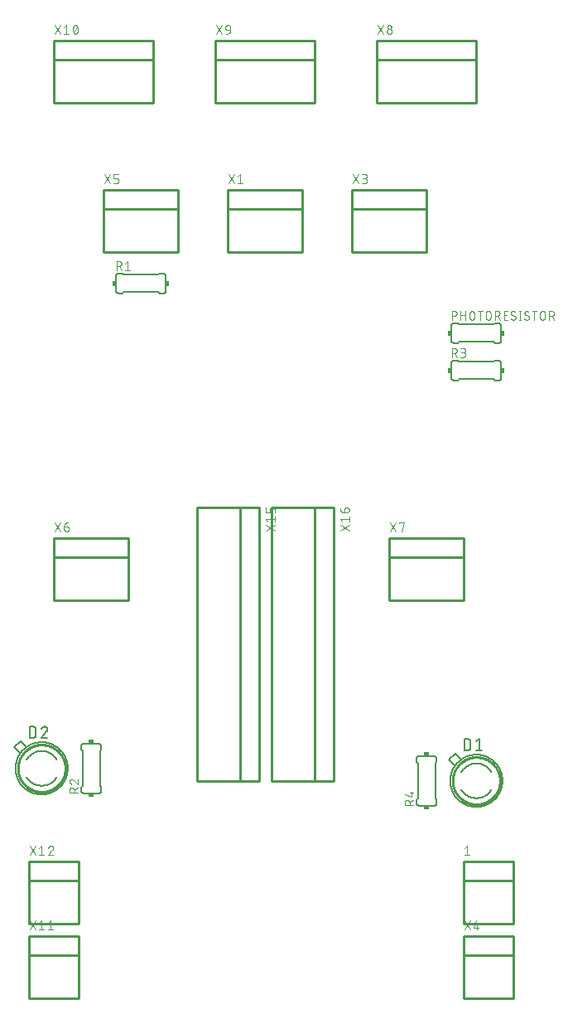
<source format=gbr>
G04 EAGLE Gerber RS-274X export*
G75*
%MOMM*%
%FSLAX34Y34*%
%LPD*%
%INSilkscreen Top*%
%IPPOS*%
%AMOC8*
5,1,8,0,0,1.08239X$1,22.5*%
G01*
%ADD10C,0.254000*%
%ADD11C,0.101600*%
%ADD12C,0.152400*%
%ADD13C,0.127000*%
%ADD14R,0.381000X0.508000*%
%ADD15R,0.508000X0.381000*%


D10*
X469900Y361950D02*
X520700Y361950D01*
X520700Y342900D01*
X520700Y298450D01*
X469900Y298450D01*
X469900Y342900D01*
X469900Y361950D01*
X469900Y342900D02*
X520700Y342900D01*
D11*
X472948Y377952D02*
X470408Y375920D01*
X472948Y377952D02*
X472948Y368808D01*
X470408Y368808D02*
X475488Y368808D01*
D12*
X461010Y459740D02*
X454660Y466090D01*
X461010Y472440D01*
X467360Y466090D01*
X482600Y462280D02*
X483031Y462275D01*
X483462Y462259D01*
X483892Y462233D01*
X484322Y462196D01*
X484750Y462149D01*
X485178Y462092D01*
X485603Y462024D01*
X486028Y461947D01*
X486450Y461858D01*
X486869Y461760D01*
X487287Y461651D01*
X487701Y461533D01*
X488112Y461404D01*
X488521Y461265D01*
X488925Y461117D01*
X489327Y460958D01*
X489724Y460791D01*
X490117Y460613D01*
X490505Y460426D01*
X490889Y460230D01*
X491268Y460024D01*
X491642Y459809D01*
X492010Y459586D01*
X492373Y459353D01*
X492730Y459112D01*
X493082Y458862D01*
X493427Y458603D01*
X493766Y458337D01*
X494098Y458062D01*
X494423Y457779D01*
X494742Y457489D01*
X495053Y457190D01*
X495357Y456885D01*
X495654Y456572D01*
X495943Y456252D01*
X496224Y455925D01*
X496497Y455591D01*
X496762Y455251D01*
X497018Y454904D01*
X497266Y454552D01*
X497506Y454193D01*
X497736Y453829D01*
X497958Y453459D01*
X482600Y462280D02*
X482169Y462275D01*
X481738Y462259D01*
X481308Y462233D01*
X480878Y462196D01*
X480450Y462149D01*
X480022Y462092D01*
X479597Y462024D01*
X479172Y461947D01*
X478750Y461858D01*
X478331Y461760D01*
X477913Y461651D01*
X477499Y461533D01*
X477088Y461404D01*
X476679Y461265D01*
X476275Y461117D01*
X475873Y460958D01*
X475476Y460791D01*
X475083Y460613D01*
X474695Y460426D01*
X474311Y460230D01*
X473932Y460024D01*
X473558Y459809D01*
X473190Y459586D01*
X472827Y459353D01*
X472470Y459112D01*
X472118Y458862D01*
X471773Y458603D01*
X471434Y458337D01*
X471102Y458062D01*
X470777Y457779D01*
X470458Y457489D01*
X470147Y457190D01*
X469843Y456885D01*
X469546Y456572D01*
X469257Y456252D01*
X468976Y455925D01*
X468703Y455591D01*
X468438Y455251D01*
X468182Y454904D01*
X467934Y454552D01*
X467694Y454193D01*
X467464Y453829D01*
X467242Y453459D01*
X467242Y435541D02*
X467464Y435171D01*
X467694Y434807D01*
X467934Y434448D01*
X468182Y434096D01*
X468438Y433749D01*
X468703Y433409D01*
X468976Y433075D01*
X469257Y432748D01*
X469546Y432428D01*
X469843Y432115D01*
X470147Y431810D01*
X470458Y431511D01*
X470777Y431221D01*
X471102Y430938D01*
X471434Y430663D01*
X471773Y430397D01*
X472118Y430138D01*
X472470Y429888D01*
X472827Y429647D01*
X473190Y429414D01*
X473558Y429191D01*
X473932Y428976D01*
X474311Y428770D01*
X474695Y428574D01*
X475083Y428387D01*
X475476Y428209D01*
X475873Y428042D01*
X476275Y427883D01*
X476679Y427735D01*
X477088Y427596D01*
X477499Y427467D01*
X477913Y427349D01*
X478331Y427240D01*
X478750Y427142D01*
X479172Y427053D01*
X479597Y426976D01*
X480022Y426908D01*
X480450Y426851D01*
X480878Y426804D01*
X481308Y426767D01*
X481738Y426741D01*
X482169Y426725D01*
X482600Y426720D01*
X483031Y426725D01*
X483462Y426741D01*
X483892Y426767D01*
X484322Y426804D01*
X484750Y426851D01*
X485178Y426908D01*
X485603Y426976D01*
X486028Y427053D01*
X486450Y427142D01*
X486869Y427240D01*
X487287Y427349D01*
X487701Y427467D01*
X488112Y427596D01*
X488521Y427735D01*
X488925Y427883D01*
X489327Y428042D01*
X489724Y428209D01*
X490117Y428387D01*
X490505Y428574D01*
X490889Y428770D01*
X491268Y428976D01*
X491642Y429191D01*
X492010Y429414D01*
X492373Y429647D01*
X492730Y429888D01*
X493082Y430138D01*
X493427Y430397D01*
X493766Y430663D01*
X494098Y430938D01*
X494423Y431221D01*
X494742Y431511D01*
X495053Y431810D01*
X495357Y432115D01*
X495654Y432428D01*
X495943Y432748D01*
X496224Y433075D01*
X496497Y433409D01*
X496762Y433749D01*
X497018Y434096D01*
X497266Y434448D01*
X497506Y434807D01*
X497736Y435171D01*
X497958Y435541D01*
X455930Y444500D02*
X455938Y445155D01*
X455962Y445809D01*
X456002Y446462D01*
X456058Y447114D01*
X456131Y447765D01*
X456219Y448413D01*
X456323Y449060D01*
X456442Y449703D01*
X456578Y450343D01*
X456729Y450980D01*
X456896Y451613D01*
X457078Y452242D01*
X457276Y452866D01*
X457489Y453485D01*
X457717Y454098D01*
X457960Y454706D01*
X458218Y455308D01*
X458491Y455903D01*
X458778Y456491D01*
X459079Y457072D01*
X459395Y457646D01*
X459724Y458211D01*
X460068Y458768D01*
X460425Y459317D01*
X460795Y459857D01*
X461178Y460387D01*
X461575Y460908D01*
X461984Y461419D01*
X462405Y461920D01*
X462839Y462410D01*
X463284Y462890D01*
X463741Y463359D01*
X464210Y463816D01*
X464690Y464261D01*
X465180Y464695D01*
X465681Y465116D01*
X466192Y465525D01*
X466713Y465922D01*
X467243Y466305D01*
X467783Y466675D01*
X468332Y467032D01*
X468889Y467376D01*
X469454Y467705D01*
X470028Y468021D01*
X470609Y468322D01*
X471197Y468609D01*
X471792Y468882D01*
X472394Y469140D01*
X473002Y469383D01*
X473615Y469611D01*
X474234Y469824D01*
X474858Y470022D01*
X475487Y470204D01*
X476120Y470371D01*
X476757Y470522D01*
X477397Y470658D01*
X478040Y470777D01*
X478687Y470881D01*
X479335Y470969D01*
X479986Y471042D01*
X480638Y471098D01*
X481291Y471138D01*
X481945Y471162D01*
X482600Y471170D01*
X483255Y471162D01*
X483909Y471138D01*
X484562Y471098D01*
X485214Y471042D01*
X485865Y470969D01*
X486513Y470881D01*
X487160Y470777D01*
X487803Y470658D01*
X488443Y470522D01*
X489080Y470371D01*
X489713Y470204D01*
X490342Y470022D01*
X490966Y469824D01*
X491585Y469611D01*
X492198Y469383D01*
X492806Y469140D01*
X493408Y468882D01*
X494003Y468609D01*
X494591Y468322D01*
X495172Y468021D01*
X495746Y467705D01*
X496311Y467376D01*
X496868Y467032D01*
X497417Y466675D01*
X497957Y466305D01*
X498487Y465922D01*
X499008Y465525D01*
X499519Y465116D01*
X500020Y464695D01*
X500510Y464261D01*
X500990Y463816D01*
X501459Y463359D01*
X501916Y462890D01*
X502361Y462410D01*
X502795Y461920D01*
X503216Y461419D01*
X503625Y460908D01*
X504022Y460387D01*
X504405Y459857D01*
X504775Y459317D01*
X505132Y458768D01*
X505476Y458211D01*
X505805Y457646D01*
X506121Y457072D01*
X506422Y456491D01*
X506709Y455903D01*
X506982Y455308D01*
X507240Y454706D01*
X507483Y454098D01*
X507711Y453485D01*
X507924Y452866D01*
X508122Y452242D01*
X508304Y451613D01*
X508471Y450980D01*
X508622Y450343D01*
X508758Y449703D01*
X508877Y449060D01*
X508981Y448413D01*
X509069Y447765D01*
X509142Y447114D01*
X509198Y446462D01*
X509238Y445809D01*
X509262Y445155D01*
X509270Y444500D01*
X509262Y443845D01*
X509238Y443191D01*
X509198Y442538D01*
X509142Y441886D01*
X509069Y441235D01*
X508981Y440587D01*
X508877Y439940D01*
X508758Y439297D01*
X508622Y438657D01*
X508471Y438020D01*
X508304Y437387D01*
X508122Y436758D01*
X507924Y436134D01*
X507711Y435515D01*
X507483Y434902D01*
X507240Y434294D01*
X506982Y433692D01*
X506709Y433097D01*
X506422Y432509D01*
X506121Y431928D01*
X505805Y431354D01*
X505476Y430789D01*
X505132Y430232D01*
X504775Y429683D01*
X504405Y429143D01*
X504022Y428613D01*
X503625Y428092D01*
X503216Y427581D01*
X502795Y427080D01*
X502361Y426590D01*
X501916Y426110D01*
X501459Y425641D01*
X500990Y425184D01*
X500510Y424739D01*
X500020Y424305D01*
X499519Y423884D01*
X499008Y423475D01*
X498487Y423078D01*
X497957Y422695D01*
X497417Y422325D01*
X496868Y421968D01*
X496311Y421624D01*
X495746Y421295D01*
X495172Y420979D01*
X494591Y420678D01*
X494003Y420391D01*
X493408Y420118D01*
X492806Y419860D01*
X492198Y419617D01*
X491585Y419389D01*
X490966Y419176D01*
X490342Y418978D01*
X489713Y418796D01*
X489080Y418629D01*
X488443Y418478D01*
X487803Y418342D01*
X487160Y418223D01*
X486513Y418119D01*
X485865Y418031D01*
X485214Y417958D01*
X484562Y417902D01*
X483909Y417862D01*
X483255Y417838D01*
X482600Y417830D01*
X481945Y417838D01*
X481291Y417862D01*
X480638Y417902D01*
X479986Y417958D01*
X479335Y418031D01*
X478687Y418119D01*
X478040Y418223D01*
X477397Y418342D01*
X476757Y418478D01*
X476120Y418629D01*
X475487Y418796D01*
X474858Y418978D01*
X474234Y419176D01*
X473615Y419389D01*
X473002Y419617D01*
X472394Y419860D01*
X471792Y420118D01*
X471197Y420391D01*
X470609Y420678D01*
X470028Y420979D01*
X469454Y421295D01*
X468889Y421624D01*
X468332Y421968D01*
X467783Y422325D01*
X467243Y422695D01*
X466713Y423078D01*
X466192Y423475D01*
X465681Y423884D01*
X465180Y424305D01*
X464690Y424739D01*
X464210Y425184D01*
X463741Y425641D01*
X463284Y426110D01*
X462839Y426590D01*
X462405Y427080D01*
X461984Y427581D01*
X461575Y428092D01*
X461178Y428613D01*
X460795Y429143D01*
X460425Y429683D01*
X460068Y430232D01*
X459724Y430789D01*
X459395Y431354D01*
X459079Y431928D01*
X458778Y432509D01*
X458491Y433097D01*
X458218Y433692D01*
X457960Y434294D01*
X457717Y434902D01*
X457489Y435515D01*
X457276Y436134D01*
X457078Y436758D01*
X456896Y437387D01*
X456729Y438020D01*
X456578Y438657D01*
X456442Y439297D01*
X456323Y439940D01*
X456219Y440587D01*
X456131Y441235D01*
X456058Y441886D01*
X456002Y442538D01*
X455962Y443191D01*
X455938Y443845D01*
X455930Y444500D01*
D10*
X458470Y444500D02*
X458477Y445092D01*
X458499Y445684D01*
X458535Y446275D01*
X458586Y446865D01*
X458651Y447454D01*
X458731Y448041D01*
X458825Y448625D01*
X458934Y449208D01*
X459056Y449787D01*
X459193Y450363D01*
X459344Y450936D01*
X459509Y451505D01*
X459688Y452069D01*
X459881Y452629D01*
X460087Y453184D01*
X460307Y453734D01*
X460540Y454278D01*
X460787Y454817D01*
X461046Y455349D01*
X461319Y455875D01*
X461605Y456394D01*
X461903Y456905D01*
X462214Y457409D01*
X462537Y457906D01*
X462872Y458394D01*
X463219Y458874D01*
X463577Y459346D01*
X463947Y459808D01*
X464329Y460261D01*
X464721Y460705D01*
X465124Y461139D01*
X465538Y461562D01*
X465961Y461976D01*
X466395Y462379D01*
X466839Y462771D01*
X467292Y463153D01*
X467754Y463523D01*
X468226Y463881D01*
X468706Y464228D01*
X469194Y464563D01*
X469691Y464886D01*
X470195Y465197D01*
X470706Y465495D01*
X471225Y465781D01*
X471751Y466054D01*
X472283Y466313D01*
X472822Y466560D01*
X473366Y466793D01*
X473916Y467013D01*
X474471Y467219D01*
X475031Y467412D01*
X475595Y467591D01*
X476164Y467756D01*
X476737Y467907D01*
X477313Y468044D01*
X477892Y468166D01*
X478475Y468275D01*
X479059Y468369D01*
X479646Y468449D01*
X480235Y468514D01*
X480825Y468565D01*
X481416Y468601D01*
X482008Y468623D01*
X482600Y468630D01*
X483192Y468623D01*
X483784Y468601D01*
X484375Y468565D01*
X484965Y468514D01*
X485554Y468449D01*
X486141Y468369D01*
X486725Y468275D01*
X487308Y468166D01*
X487887Y468044D01*
X488463Y467907D01*
X489036Y467756D01*
X489605Y467591D01*
X490169Y467412D01*
X490729Y467219D01*
X491284Y467013D01*
X491834Y466793D01*
X492378Y466560D01*
X492917Y466313D01*
X493449Y466054D01*
X493975Y465781D01*
X494494Y465495D01*
X495005Y465197D01*
X495509Y464886D01*
X496006Y464563D01*
X496494Y464228D01*
X496974Y463881D01*
X497446Y463523D01*
X497908Y463153D01*
X498361Y462771D01*
X498805Y462379D01*
X499239Y461976D01*
X499662Y461562D01*
X500076Y461139D01*
X500479Y460705D01*
X500871Y460261D01*
X501253Y459808D01*
X501623Y459346D01*
X501981Y458874D01*
X502328Y458394D01*
X502663Y457906D01*
X502986Y457409D01*
X503297Y456905D01*
X503595Y456394D01*
X503881Y455875D01*
X504154Y455349D01*
X504413Y454817D01*
X504660Y454278D01*
X504893Y453734D01*
X505113Y453184D01*
X505319Y452629D01*
X505512Y452069D01*
X505691Y451505D01*
X505856Y450936D01*
X506007Y450363D01*
X506144Y449787D01*
X506266Y449208D01*
X506375Y448625D01*
X506469Y448041D01*
X506549Y447454D01*
X506614Y446865D01*
X506665Y446275D01*
X506701Y445684D01*
X506723Y445092D01*
X506730Y444500D01*
X506723Y443908D01*
X506701Y443316D01*
X506665Y442725D01*
X506614Y442135D01*
X506549Y441546D01*
X506469Y440959D01*
X506375Y440375D01*
X506266Y439792D01*
X506144Y439213D01*
X506007Y438637D01*
X505856Y438064D01*
X505691Y437495D01*
X505512Y436931D01*
X505319Y436371D01*
X505113Y435816D01*
X504893Y435266D01*
X504660Y434722D01*
X504413Y434183D01*
X504154Y433651D01*
X503881Y433125D01*
X503595Y432606D01*
X503297Y432095D01*
X502986Y431591D01*
X502663Y431094D01*
X502328Y430606D01*
X501981Y430126D01*
X501623Y429654D01*
X501253Y429192D01*
X500871Y428739D01*
X500479Y428295D01*
X500076Y427861D01*
X499662Y427438D01*
X499239Y427024D01*
X498805Y426621D01*
X498361Y426229D01*
X497908Y425847D01*
X497446Y425477D01*
X496974Y425119D01*
X496494Y424772D01*
X496006Y424437D01*
X495509Y424114D01*
X495005Y423803D01*
X494494Y423505D01*
X493975Y423219D01*
X493449Y422946D01*
X492917Y422687D01*
X492378Y422440D01*
X491834Y422207D01*
X491284Y421987D01*
X490729Y421781D01*
X490169Y421588D01*
X489605Y421409D01*
X489036Y421244D01*
X488463Y421093D01*
X487887Y420956D01*
X487308Y420834D01*
X486725Y420725D01*
X486141Y420631D01*
X485554Y420551D01*
X484965Y420486D01*
X484375Y420435D01*
X483784Y420399D01*
X483192Y420377D01*
X482600Y420370D01*
X482008Y420377D01*
X481416Y420399D01*
X480825Y420435D01*
X480235Y420486D01*
X479646Y420551D01*
X479059Y420631D01*
X478475Y420725D01*
X477892Y420834D01*
X477313Y420956D01*
X476737Y421093D01*
X476164Y421244D01*
X475595Y421409D01*
X475031Y421588D01*
X474471Y421781D01*
X473916Y421987D01*
X473366Y422207D01*
X472822Y422440D01*
X472283Y422687D01*
X471751Y422946D01*
X471225Y423219D01*
X470706Y423505D01*
X470195Y423803D01*
X469691Y424114D01*
X469194Y424437D01*
X468706Y424772D01*
X468226Y425119D01*
X467754Y425477D01*
X467292Y425847D01*
X466839Y426229D01*
X466395Y426621D01*
X465961Y427024D01*
X465538Y427438D01*
X465124Y427861D01*
X464721Y428295D01*
X464329Y428739D01*
X463947Y429192D01*
X463577Y429654D01*
X463219Y430126D01*
X462872Y430606D01*
X462537Y431094D01*
X462214Y431591D01*
X461903Y432095D01*
X461605Y432606D01*
X461319Y433125D01*
X461046Y433651D01*
X460787Y434183D01*
X460540Y434722D01*
X460307Y435266D01*
X460087Y435816D01*
X459881Y436371D01*
X459688Y436931D01*
X459509Y437495D01*
X459344Y438064D01*
X459193Y438637D01*
X459056Y439213D01*
X458934Y439792D01*
X458825Y440375D01*
X458731Y440959D01*
X458651Y441546D01*
X458586Y442135D01*
X458535Y442725D01*
X458499Y443316D01*
X458477Y443908D01*
X458470Y444500D01*
D13*
X470535Y475615D02*
X470535Y487045D01*
X473710Y487045D01*
X473821Y487043D01*
X473931Y487037D01*
X474042Y487028D01*
X474152Y487014D01*
X474261Y486997D01*
X474370Y486976D01*
X474478Y486951D01*
X474585Y486922D01*
X474691Y486890D01*
X474796Y486854D01*
X474899Y486814D01*
X475001Y486771D01*
X475102Y486724D01*
X475201Y486673D01*
X475298Y486620D01*
X475392Y486563D01*
X475485Y486502D01*
X475576Y486439D01*
X475665Y486372D01*
X475751Y486302D01*
X475834Y486229D01*
X475916Y486154D01*
X475994Y486076D01*
X476069Y485994D01*
X476142Y485911D01*
X476212Y485825D01*
X476279Y485736D01*
X476342Y485645D01*
X476403Y485552D01*
X476460Y485458D01*
X476513Y485361D01*
X476564Y485262D01*
X476611Y485161D01*
X476654Y485059D01*
X476694Y484956D01*
X476730Y484851D01*
X476762Y484745D01*
X476791Y484638D01*
X476816Y484530D01*
X476837Y484421D01*
X476854Y484312D01*
X476868Y484202D01*
X476877Y484091D01*
X476883Y483981D01*
X476885Y483870D01*
X476885Y478790D01*
X476883Y478679D01*
X476877Y478569D01*
X476868Y478458D01*
X476854Y478348D01*
X476837Y478239D01*
X476816Y478130D01*
X476791Y478022D01*
X476762Y477915D01*
X476730Y477809D01*
X476694Y477704D01*
X476654Y477601D01*
X476611Y477499D01*
X476564Y477398D01*
X476513Y477299D01*
X476460Y477202D01*
X476403Y477108D01*
X476342Y477015D01*
X476279Y476924D01*
X476212Y476835D01*
X476142Y476749D01*
X476069Y476666D01*
X475994Y476584D01*
X475916Y476506D01*
X475834Y476431D01*
X475751Y476358D01*
X475665Y476288D01*
X475576Y476221D01*
X475485Y476158D01*
X475392Y476097D01*
X475298Y476040D01*
X475201Y475987D01*
X475102Y475936D01*
X475001Y475889D01*
X474899Y475846D01*
X474796Y475806D01*
X474691Y475770D01*
X474585Y475738D01*
X474478Y475709D01*
X474370Y475684D01*
X474261Y475663D01*
X474152Y475646D01*
X474042Y475632D01*
X473931Y475623D01*
X473821Y475617D01*
X473710Y475615D01*
X470535Y475615D01*
X482346Y484505D02*
X485521Y487045D01*
X485521Y475615D01*
X482346Y475615D02*
X488696Y475615D01*
D12*
X16510Y472440D02*
X10160Y478790D01*
X16510Y485140D01*
X22860Y478790D01*
X38100Y474980D02*
X38531Y474975D01*
X38962Y474959D01*
X39392Y474933D01*
X39822Y474896D01*
X40250Y474849D01*
X40678Y474792D01*
X41103Y474724D01*
X41528Y474647D01*
X41950Y474558D01*
X42369Y474460D01*
X42787Y474351D01*
X43201Y474233D01*
X43612Y474104D01*
X44021Y473965D01*
X44425Y473817D01*
X44827Y473658D01*
X45224Y473491D01*
X45617Y473313D01*
X46005Y473126D01*
X46389Y472930D01*
X46768Y472724D01*
X47142Y472509D01*
X47510Y472286D01*
X47873Y472053D01*
X48230Y471812D01*
X48582Y471562D01*
X48927Y471303D01*
X49266Y471037D01*
X49598Y470762D01*
X49923Y470479D01*
X50242Y470189D01*
X50553Y469890D01*
X50857Y469585D01*
X51154Y469272D01*
X51443Y468952D01*
X51724Y468625D01*
X51997Y468291D01*
X52262Y467951D01*
X52518Y467604D01*
X52766Y467252D01*
X53006Y466893D01*
X53236Y466529D01*
X53458Y466159D01*
X38100Y474980D02*
X37669Y474975D01*
X37238Y474959D01*
X36808Y474933D01*
X36378Y474896D01*
X35950Y474849D01*
X35522Y474792D01*
X35097Y474724D01*
X34672Y474647D01*
X34250Y474558D01*
X33831Y474460D01*
X33413Y474351D01*
X32999Y474233D01*
X32588Y474104D01*
X32179Y473965D01*
X31775Y473817D01*
X31373Y473658D01*
X30976Y473491D01*
X30583Y473313D01*
X30195Y473126D01*
X29811Y472930D01*
X29432Y472724D01*
X29058Y472509D01*
X28690Y472286D01*
X28327Y472053D01*
X27970Y471812D01*
X27618Y471562D01*
X27273Y471303D01*
X26934Y471037D01*
X26602Y470762D01*
X26277Y470479D01*
X25958Y470189D01*
X25647Y469890D01*
X25343Y469585D01*
X25046Y469272D01*
X24757Y468952D01*
X24476Y468625D01*
X24203Y468291D01*
X23938Y467951D01*
X23682Y467604D01*
X23434Y467252D01*
X23194Y466893D01*
X22964Y466529D01*
X22742Y466159D01*
X22742Y448241D02*
X22964Y447871D01*
X23194Y447507D01*
X23434Y447148D01*
X23682Y446796D01*
X23938Y446449D01*
X24203Y446109D01*
X24476Y445775D01*
X24757Y445448D01*
X25046Y445128D01*
X25343Y444815D01*
X25647Y444510D01*
X25958Y444211D01*
X26277Y443921D01*
X26602Y443638D01*
X26934Y443363D01*
X27273Y443097D01*
X27618Y442838D01*
X27970Y442588D01*
X28327Y442347D01*
X28690Y442114D01*
X29058Y441891D01*
X29432Y441676D01*
X29811Y441470D01*
X30195Y441274D01*
X30583Y441087D01*
X30976Y440909D01*
X31373Y440742D01*
X31775Y440583D01*
X32179Y440435D01*
X32588Y440296D01*
X32999Y440167D01*
X33413Y440049D01*
X33831Y439940D01*
X34250Y439842D01*
X34672Y439753D01*
X35097Y439676D01*
X35522Y439608D01*
X35950Y439551D01*
X36378Y439504D01*
X36808Y439467D01*
X37238Y439441D01*
X37669Y439425D01*
X38100Y439420D01*
X38531Y439425D01*
X38962Y439441D01*
X39392Y439467D01*
X39822Y439504D01*
X40250Y439551D01*
X40678Y439608D01*
X41103Y439676D01*
X41528Y439753D01*
X41950Y439842D01*
X42369Y439940D01*
X42787Y440049D01*
X43201Y440167D01*
X43612Y440296D01*
X44021Y440435D01*
X44425Y440583D01*
X44827Y440742D01*
X45224Y440909D01*
X45617Y441087D01*
X46005Y441274D01*
X46389Y441470D01*
X46768Y441676D01*
X47142Y441891D01*
X47510Y442114D01*
X47873Y442347D01*
X48230Y442588D01*
X48582Y442838D01*
X48927Y443097D01*
X49266Y443363D01*
X49598Y443638D01*
X49923Y443921D01*
X50242Y444211D01*
X50553Y444510D01*
X50857Y444815D01*
X51154Y445128D01*
X51443Y445448D01*
X51724Y445775D01*
X51997Y446109D01*
X52262Y446449D01*
X52518Y446796D01*
X52766Y447148D01*
X53006Y447507D01*
X53236Y447871D01*
X53458Y448241D01*
X11430Y457200D02*
X11438Y457855D01*
X11462Y458509D01*
X11502Y459162D01*
X11558Y459814D01*
X11631Y460465D01*
X11719Y461113D01*
X11823Y461760D01*
X11942Y462403D01*
X12078Y463043D01*
X12229Y463680D01*
X12396Y464313D01*
X12578Y464942D01*
X12776Y465566D01*
X12989Y466185D01*
X13217Y466798D01*
X13460Y467406D01*
X13718Y468008D01*
X13991Y468603D01*
X14278Y469191D01*
X14579Y469772D01*
X14895Y470346D01*
X15224Y470911D01*
X15568Y471468D01*
X15925Y472017D01*
X16295Y472557D01*
X16678Y473087D01*
X17075Y473608D01*
X17484Y474119D01*
X17905Y474620D01*
X18339Y475110D01*
X18784Y475590D01*
X19241Y476059D01*
X19710Y476516D01*
X20190Y476961D01*
X20680Y477395D01*
X21181Y477816D01*
X21692Y478225D01*
X22213Y478622D01*
X22743Y479005D01*
X23283Y479375D01*
X23832Y479732D01*
X24389Y480076D01*
X24954Y480405D01*
X25528Y480721D01*
X26109Y481022D01*
X26697Y481309D01*
X27292Y481582D01*
X27894Y481840D01*
X28502Y482083D01*
X29115Y482311D01*
X29734Y482524D01*
X30358Y482722D01*
X30987Y482904D01*
X31620Y483071D01*
X32257Y483222D01*
X32897Y483358D01*
X33540Y483477D01*
X34187Y483581D01*
X34835Y483669D01*
X35486Y483742D01*
X36138Y483798D01*
X36791Y483838D01*
X37445Y483862D01*
X38100Y483870D01*
X38755Y483862D01*
X39409Y483838D01*
X40062Y483798D01*
X40714Y483742D01*
X41365Y483669D01*
X42013Y483581D01*
X42660Y483477D01*
X43303Y483358D01*
X43943Y483222D01*
X44580Y483071D01*
X45213Y482904D01*
X45842Y482722D01*
X46466Y482524D01*
X47085Y482311D01*
X47698Y482083D01*
X48306Y481840D01*
X48908Y481582D01*
X49503Y481309D01*
X50091Y481022D01*
X50672Y480721D01*
X51246Y480405D01*
X51811Y480076D01*
X52368Y479732D01*
X52917Y479375D01*
X53457Y479005D01*
X53987Y478622D01*
X54508Y478225D01*
X55019Y477816D01*
X55520Y477395D01*
X56010Y476961D01*
X56490Y476516D01*
X56959Y476059D01*
X57416Y475590D01*
X57861Y475110D01*
X58295Y474620D01*
X58716Y474119D01*
X59125Y473608D01*
X59522Y473087D01*
X59905Y472557D01*
X60275Y472017D01*
X60632Y471468D01*
X60976Y470911D01*
X61305Y470346D01*
X61621Y469772D01*
X61922Y469191D01*
X62209Y468603D01*
X62482Y468008D01*
X62740Y467406D01*
X62983Y466798D01*
X63211Y466185D01*
X63424Y465566D01*
X63622Y464942D01*
X63804Y464313D01*
X63971Y463680D01*
X64122Y463043D01*
X64258Y462403D01*
X64377Y461760D01*
X64481Y461113D01*
X64569Y460465D01*
X64642Y459814D01*
X64698Y459162D01*
X64738Y458509D01*
X64762Y457855D01*
X64770Y457200D01*
X64762Y456545D01*
X64738Y455891D01*
X64698Y455238D01*
X64642Y454586D01*
X64569Y453935D01*
X64481Y453287D01*
X64377Y452640D01*
X64258Y451997D01*
X64122Y451357D01*
X63971Y450720D01*
X63804Y450087D01*
X63622Y449458D01*
X63424Y448834D01*
X63211Y448215D01*
X62983Y447602D01*
X62740Y446994D01*
X62482Y446392D01*
X62209Y445797D01*
X61922Y445209D01*
X61621Y444628D01*
X61305Y444054D01*
X60976Y443489D01*
X60632Y442932D01*
X60275Y442383D01*
X59905Y441843D01*
X59522Y441313D01*
X59125Y440792D01*
X58716Y440281D01*
X58295Y439780D01*
X57861Y439290D01*
X57416Y438810D01*
X56959Y438341D01*
X56490Y437884D01*
X56010Y437439D01*
X55520Y437005D01*
X55019Y436584D01*
X54508Y436175D01*
X53987Y435778D01*
X53457Y435395D01*
X52917Y435025D01*
X52368Y434668D01*
X51811Y434324D01*
X51246Y433995D01*
X50672Y433679D01*
X50091Y433378D01*
X49503Y433091D01*
X48908Y432818D01*
X48306Y432560D01*
X47698Y432317D01*
X47085Y432089D01*
X46466Y431876D01*
X45842Y431678D01*
X45213Y431496D01*
X44580Y431329D01*
X43943Y431178D01*
X43303Y431042D01*
X42660Y430923D01*
X42013Y430819D01*
X41365Y430731D01*
X40714Y430658D01*
X40062Y430602D01*
X39409Y430562D01*
X38755Y430538D01*
X38100Y430530D01*
X37445Y430538D01*
X36791Y430562D01*
X36138Y430602D01*
X35486Y430658D01*
X34835Y430731D01*
X34187Y430819D01*
X33540Y430923D01*
X32897Y431042D01*
X32257Y431178D01*
X31620Y431329D01*
X30987Y431496D01*
X30358Y431678D01*
X29734Y431876D01*
X29115Y432089D01*
X28502Y432317D01*
X27894Y432560D01*
X27292Y432818D01*
X26697Y433091D01*
X26109Y433378D01*
X25528Y433679D01*
X24954Y433995D01*
X24389Y434324D01*
X23832Y434668D01*
X23283Y435025D01*
X22743Y435395D01*
X22213Y435778D01*
X21692Y436175D01*
X21181Y436584D01*
X20680Y437005D01*
X20190Y437439D01*
X19710Y437884D01*
X19241Y438341D01*
X18784Y438810D01*
X18339Y439290D01*
X17905Y439780D01*
X17484Y440281D01*
X17075Y440792D01*
X16678Y441313D01*
X16295Y441843D01*
X15925Y442383D01*
X15568Y442932D01*
X15224Y443489D01*
X14895Y444054D01*
X14579Y444628D01*
X14278Y445209D01*
X13991Y445797D01*
X13718Y446392D01*
X13460Y446994D01*
X13217Y447602D01*
X12989Y448215D01*
X12776Y448834D01*
X12578Y449458D01*
X12396Y450087D01*
X12229Y450720D01*
X12078Y451357D01*
X11942Y451997D01*
X11823Y452640D01*
X11719Y453287D01*
X11631Y453935D01*
X11558Y454586D01*
X11502Y455238D01*
X11462Y455891D01*
X11438Y456545D01*
X11430Y457200D01*
D10*
X13970Y457200D02*
X13977Y457792D01*
X13999Y458384D01*
X14035Y458975D01*
X14086Y459565D01*
X14151Y460154D01*
X14231Y460741D01*
X14325Y461325D01*
X14434Y461908D01*
X14556Y462487D01*
X14693Y463063D01*
X14844Y463636D01*
X15009Y464205D01*
X15188Y464769D01*
X15381Y465329D01*
X15587Y465884D01*
X15807Y466434D01*
X16040Y466978D01*
X16287Y467517D01*
X16546Y468049D01*
X16819Y468575D01*
X17105Y469094D01*
X17403Y469605D01*
X17714Y470109D01*
X18037Y470606D01*
X18372Y471094D01*
X18719Y471574D01*
X19077Y472046D01*
X19447Y472508D01*
X19829Y472961D01*
X20221Y473405D01*
X20624Y473839D01*
X21038Y474262D01*
X21461Y474676D01*
X21895Y475079D01*
X22339Y475471D01*
X22792Y475853D01*
X23254Y476223D01*
X23726Y476581D01*
X24206Y476928D01*
X24694Y477263D01*
X25191Y477586D01*
X25695Y477897D01*
X26206Y478195D01*
X26725Y478481D01*
X27251Y478754D01*
X27783Y479013D01*
X28322Y479260D01*
X28866Y479493D01*
X29416Y479713D01*
X29971Y479919D01*
X30531Y480112D01*
X31095Y480291D01*
X31664Y480456D01*
X32237Y480607D01*
X32813Y480744D01*
X33392Y480866D01*
X33975Y480975D01*
X34559Y481069D01*
X35146Y481149D01*
X35735Y481214D01*
X36325Y481265D01*
X36916Y481301D01*
X37508Y481323D01*
X38100Y481330D01*
X38692Y481323D01*
X39284Y481301D01*
X39875Y481265D01*
X40465Y481214D01*
X41054Y481149D01*
X41641Y481069D01*
X42225Y480975D01*
X42808Y480866D01*
X43387Y480744D01*
X43963Y480607D01*
X44536Y480456D01*
X45105Y480291D01*
X45669Y480112D01*
X46229Y479919D01*
X46784Y479713D01*
X47334Y479493D01*
X47878Y479260D01*
X48417Y479013D01*
X48949Y478754D01*
X49475Y478481D01*
X49994Y478195D01*
X50505Y477897D01*
X51009Y477586D01*
X51506Y477263D01*
X51994Y476928D01*
X52474Y476581D01*
X52946Y476223D01*
X53408Y475853D01*
X53861Y475471D01*
X54305Y475079D01*
X54739Y474676D01*
X55162Y474262D01*
X55576Y473839D01*
X55979Y473405D01*
X56371Y472961D01*
X56753Y472508D01*
X57123Y472046D01*
X57481Y471574D01*
X57828Y471094D01*
X58163Y470606D01*
X58486Y470109D01*
X58797Y469605D01*
X59095Y469094D01*
X59381Y468575D01*
X59654Y468049D01*
X59913Y467517D01*
X60160Y466978D01*
X60393Y466434D01*
X60613Y465884D01*
X60819Y465329D01*
X61012Y464769D01*
X61191Y464205D01*
X61356Y463636D01*
X61507Y463063D01*
X61644Y462487D01*
X61766Y461908D01*
X61875Y461325D01*
X61969Y460741D01*
X62049Y460154D01*
X62114Y459565D01*
X62165Y458975D01*
X62201Y458384D01*
X62223Y457792D01*
X62230Y457200D01*
X62223Y456608D01*
X62201Y456016D01*
X62165Y455425D01*
X62114Y454835D01*
X62049Y454246D01*
X61969Y453659D01*
X61875Y453075D01*
X61766Y452492D01*
X61644Y451913D01*
X61507Y451337D01*
X61356Y450764D01*
X61191Y450195D01*
X61012Y449631D01*
X60819Y449071D01*
X60613Y448516D01*
X60393Y447966D01*
X60160Y447422D01*
X59913Y446883D01*
X59654Y446351D01*
X59381Y445825D01*
X59095Y445306D01*
X58797Y444795D01*
X58486Y444291D01*
X58163Y443794D01*
X57828Y443306D01*
X57481Y442826D01*
X57123Y442354D01*
X56753Y441892D01*
X56371Y441439D01*
X55979Y440995D01*
X55576Y440561D01*
X55162Y440138D01*
X54739Y439724D01*
X54305Y439321D01*
X53861Y438929D01*
X53408Y438547D01*
X52946Y438177D01*
X52474Y437819D01*
X51994Y437472D01*
X51506Y437137D01*
X51009Y436814D01*
X50505Y436503D01*
X49994Y436205D01*
X49475Y435919D01*
X48949Y435646D01*
X48417Y435387D01*
X47878Y435140D01*
X47334Y434907D01*
X46784Y434687D01*
X46229Y434481D01*
X45669Y434288D01*
X45105Y434109D01*
X44536Y433944D01*
X43963Y433793D01*
X43387Y433656D01*
X42808Y433534D01*
X42225Y433425D01*
X41641Y433331D01*
X41054Y433251D01*
X40465Y433186D01*
X39875Y433135D01*
X39284Y433099D01*
X38692Y433077D01*
X38100Y433070D01*
X37508Y433077D01*
X36916Y433099D01*
X36325Y433135D01*
X35735Y433186D01*
X35146Y433251D01*
X34559Y433331D01*
X33975Y433425D01*
X33392Y433534D01*
X32813Y433656D01*
X32237Y433793D01*
X31664Y433944D01*
X31095Y434109D01*
X30531Y434288D01*
X29971Y434481D01*
X29416Y434687D01*
X28866Y434907D01*
X28322Y435140D01*
X27783Y435387D01*
X27251Y435646D01*
X26725Y435919D01*
X26206Y436205D01*
X25695Y436503D01*
X25191Y436814D01*
X24694Y437137D01*
X24206Y437472D01*
X23726Y437819D01*
X23254Y438177D01*
X22792Y438547D01*
X22339Y438929D01*
X21895Y439321D01*
X21461Y439724D01*
X21038Y440138D01*
X20624Y440561D01*
X20221Y440995D01*
X19829Y441439D01*
X19447Y441892D01*
X19077Y442354D01*
X18719Y442826D01*
X18372Y443306D01*
X18037Y443794D01*
X17714Y444291D01*
X17403Y444795D01*
X17105Y445306D01*
X16819Y445825D01*
X16546Y446351D01*
X16287Y446883D01*
X16040Y447422D01*
X15807Y447966D01*
X15587Y448516D01*
X15381Y449071D01*
X15188Y449631D01*
X15009Y450195D01*
X14844Y450764D01*
X14693Y451337D01*
X14556Y451913D01*
X14434Y452492D01*
X14325Y453075D01*
X14231Y453659D01*
X14151Y454246D01*
X14086Y454835D01*
X14035Y455425D01*
X13999Y456016D01*
X13977Y456608D01*
X13970Y457200D01*
D13*
X26035Y488315D02*
X26035Y499745D01*
X29210Y499745D01*
X29321Y499743D01*
X29431Y499737D01*
X29542Y499728D01*
X29652Y499714D01*
X29761Y499697D01*
X29870Y499676D01*
X29978Y499651D01*
X30085Y499622D01*
X30191Y499590D01*
X30296Y499554D01*
X30399Y499514D01*
X30501Y499471D01*
X30602Y499424D01*
X30701Y499373D01*
X30798Y499320D01*
X30892Y499263D01*
X30985Y499202D01*
X31076Y499139D01*
X31165Y499072D01*
X31251Y499002D01*
X31334Y498929D01*
X31416Y498854D01*
X31494Y498776D01*
X31569Y498694D01*
X31642Y498611D01*
X31712Y498525D01*
X31779Y498436D01*
X31842Y498345D01*
X31903Y498252D01*
X31960Y498158D01*
X32013Y498061D01*
X32064Y497962D01*
X32111Y497861D01*
X32154Y497759D01*
X32194Y497656D01*
X32230Y497551D01*
X32262Y497445D01*
X32291Y497338D01*
X32316Y497230D01*
X32337Y497121D01*
X32354Y497012D01*
X32368Y496902D01*
X32377Y496791D01*
X32383Y496681D01*
X32385Y496570D01*
X32385Y491490D01*
X32383Y491379D01*
X32377Y491269D01*
X32368Y491158D01*
X32354Y491048D01*
X32337Y490939D01*
X32316Y490830D01*
X32291Y490722D01*
X32262Y490615D01*
X32230Y490509D01*
X32194Y490404D01*
X32154Y490301D01*
X32111Y490199D01*
X32064Y490098D01*
X32013Y489999D01*
X31960Y489902D01*
X31903Y489808D01*
X31842Y489715D01*
X31779Y489624D01*
X31712Y489535D01*
X31642Y489449D01*
X31569Y489366D01*
X31494Y489284D01*
X31416Y489206D01*
X31334Y489131D01*
X31251Y489058D01*
X31165Y488988D01*
X31076Y488921D01*
X30985Y488858D01*
X30892Y488797D01*
X30797Y488740D01*
X30701Y488687D01*
X30602Y488636D01*
X30501Y488589D01*
X30399Y488546D01*
X30296Y488506D01*
X30191Y488470D01*
X30085Y488438D01*
X29978Y488409D01*
X29870Y488384D01*
X29761Y488363D01*
X29652Y488346D01*
X29542Y488332D01*
X29431Y488323D01*
X29321Y488317D01*
X29210Y488315D01*
X26035Y488315D01*
X41339Y499746D02*
X41443Y499744D01*
X41548Y499738D01*
X41652Y499729D01*
X41755Y499716D01*
X41858Y499698D01*
X41960Y499678D01*
X42062Y499653D01*
X42162Y499625D01*
X42262Y499593D01*
X42360Y499557D01*
X42457Y499518D01*
X42552Y499476D01*
X42646Y499430D01*
X42738Y499380D01*
X42828Y499328D01*
X42916Y499272D01*
X43002Y499212D01*
X43086Y499150D01*
X43167Y499085D01*
X43246Y499017D01*
X43323Y498945D01*
X43396Y498872D01*
X43468Y498795D01*
X43536Y498716D01*
X43601Y498635D01*
X43663Y498551D01*
X43723Y498465D01*
X43779Y498377D01*
X43831Y498287D01*
X43881Y498195D01*
X43927Y498101D01*
X43969Y498006D01*
X44008Y497909D01*
X44044Y497811D01*
X44076Y497711D01*
X44104Y497611D01*
X44129Y497509D01*
X44149Y497407D01*
X44167Y497304D01*
X44180Y497201D01*
X44189Y497097D01*
X44195Y496992D01*
X44197Y496888D01*
X41339Y499745D02*
X41221Y499743D01*
X41102Y499737D01*
X40984Y499728D01*
X40867Y499715D01*
X40750Y499697D01*
X40633Y499677D01*
X40517Y499652D01*
X40402Y499624D01*
X40289Y499591D01*
X40176Y499556D01*
X40064Y499516D01*
X39954Y499474D01*
X39845Y499427D01*
X39737Y499377D01*
X39632Y499324D01*
X39528Y499267D01*
X39426Y499207D01*
X39326Y499144D01*
X39228Y499077D01*
X39132Y499008D01*
X39039Y498935D01*
X38948Y498859D01*
X38859Y498781D01*
X38773Y498699D01*
X38690Y498615D01*
X38609Y498529D01*
X38532Y498439D01*
X38457Y498348D01*
X38385Y498254D01*
X38316Y498157D01*
X38251Y498059D01*
X38188Y497958D01*
X38129Y497855D01*
X38073Y497751D01*
X38021Y497645D01*
X37972Y497537D01*
X37927Y497428D01*
X37885Y497317D01*
X37847Y497205D01*
X43244Y494666D02*
X43320Y494741D01*
X43395Y494820D01*
X43466Y494901D01*
X43535Y494985D01*
X43600Y495071D01*
X43662Y495159D01*
X43722Y495249D01*
X43778Y495341D01*
X43831Y495436D01*
X43880Y495532D01*
X43926Y495630D01*
X43969Y495729D01*
X44008Y495830D01*
X44043Y495932D01*
X44075Y496035D01*
X44103Y496139D01*
X44128Y496244D01*
X44149Y496351D01*
X44166Y496457D01*
X44179Y496564D01*
X44188Y496672D01*
X44194Y496780D01*
X44196Y496888D01*
X43244Y494665D02*
X37846Y488315D01*
X44196Y488315D01*
D12*
X457200Y909320D02*
X457202Y909420D01*
X457208Y909519D01*
X457218Y909619D01*
X457231Y909717D01*
X457249Y909816D01*
X457270Y909913D01*
X457295Y910009D01*
X457324Y910105D01*
X457357Y910199D01*
X457393Y910292D01*
X457433Y910383D01*
X457477Y910473D01*
X457524Y910561D01*
X457574Y910647D01*
X457628Y910731D01*
X457685Y910813D01*
X457745Y910892D01*
X457809Y910970D01*
X457875Y911044D01*
X457944Y911116D01*
X458016Y911185D01*
X458090Y911251D01*
X458168Y911315D01*
X458247Y911375D01*
X458329Y911432D01*
X458413Y911486D01*
X458499Y911536D01*
X458587Y911583D01*
X458677Y911627D01*
X458768Y911667D01*
X458861Y911703D01*
X458955Y911736D01*
X459051Y911765D01*
X459147Y911790D01*
X459244Y911811D01*
X459343Y911829D01*
X459441Y911842D01*
X459541Y911852D01*
X459640Y911858D01*
X459740Y911860D01*
X457200Y894080D02*
X457202Y893980D01*
X457208Y893881D01*
X457218Y893781D01*
X457231Y893683D01*
X457249Y893584D01*
X457270Y893487D01*
X457295Y893391D01*
X457324Y893295D01*
X457357Y893201D01*
X457393Y893108D01*
X457433Y893017D01*
X457477Y892927D01*
X457524Y892839D01*
X457574Y892753D01*
X457628Y892669D01*
X457685Y892587D01*
X457745Y892508D01*
X457809Y892430D01*
X457875Y892356D01*
X457944Y892284D01*
X458016Y892215D01*
X458090Y892149D01*
X458168Y892085D01*
X458247Y892025D01*
X458329Y891968D01*
X458413Y891914D01*
X458499Y891864D01*
X458587Y891817D01*
X458677Y891773D01*
X458768Y891733D01*
X458861Y891697D01*
X458955Y891664D01*
X459051Y891635D01*
X459147Y891610D01*
X459244Y891589D01*
X459343Y891571D01*
X459441Y891558D01*
X459541Y891548D01*
X459640Y891542D01*
X459740Y891540D01*
X505460Y891540D02*
X505560Y891542D01*
X505659Y891548D01*
X505759Y891558D01*
X505857Y891571D01*
X505956Y891589D01*
X506053Y891610D01*
X506149Y891635D01*
X506245Y891664D01*
X506339Y891697D01*
X506432Y891733D01*
X506523Y891773D01*
X506613Y891817D01*
X506701Y891864D01*
X506787Y891914D01*
X506871Y891968D01*
X506953Y892025D01*
X507032Y892085D01*
X507110Y892149D01*
X507184Y892215D01*
X507256Y892284D01*
X507325Y892356D01*
X507391Y892430D01*
X507455Y892508D01*
X507515Y892587D01*
X507572Y892669D01*
X507626Y892753D01*
X507676Y892839D01*
X507723Y892927D01*
X507767Y893017D01*
X507807Y893108D01*
X507843Y893201D01*
X507876Y893295D01*
X507905Y893391D01*
X507930Y893487D01*
X507951Y893584D01*
X507969Y893683D01*
X507982Y893781D01*
X507992Y893881D01*
X507998Y893980D01*
X508000Y894080D01*
X508000Y909320D02*
X507998Y909420D01*
X507992Y909519D01*
X507982Y909619D01*
X507969Y909717D01*
X507951Y909816D01*
X507930Y909913D01*
X507905Y910009D01*
X507876Y910105D01*
X507843Y910199D01*
X507807Y910292D01*
X507767Y910383D01*
X507723Y910473D01*
X507676Y910561D01*
X507626Y910647D01*
X507572Y910731D01*
X507515Y910813D01*
X507455Y910892D01*
X507391Y910970D01*
X507325Y911044D01*
X507256Y911116D01*
X507184Y911185D01*
X507110Y911251D01*
X507032Y911315D01*
X506953Y911375D01*
X506871Y911432D01*
X506787Y911486D01*
X506701Y911536D01*
X506613Y911583D01*
X506523Y911627D01*
X506432Y911667D01*
X506339Y911703D01*
X506245Y911736D01*
X506149Y911765D01*
X506053Y911790D01*
X505956Y911811D01*
X505857Y911829D01*
X505759Y911842D01*
X505659Y911852D01*
X505560Y911858D01*
X505460Y911860D01*
X457200Y909320D02*
X457200Y894080D01*
X459740Y911860D02*
X463550Y911860D01*
X464820Y910590D01*
X463550Y891540D02*
X459740Y891540D01*
X463550Y891540D02*
X464820Y892810D01*
X500380Y910590D02*
X501650Y911860D01*
X500380Y910590D02*
X464820Y910590D01*
X500380Y892810D02*
X501650Y891540D01*
X500380Y892810D02*
X464820Y892810D01*
X501650Y911860D02*
X505460Y911860D01*
X505460Y891540D02*
X501650Y891540D01*
X508000Y894080D02*
X508000Y909320D01*
D14*
X509905Y901700D03*
X455295Y901700D03*
D11*
X457708Y915162D02*
X457708Y924052D01*
X460177Y924052D01*
X460275Y924050D01*
X460373Y924044D01*
X460471Y924034D01*
X460568Y924021D01*
X460665Y924003D01*
X460761Y923982D01*
X460855Y923957D01*
X460949Y923928D01*
X461042Y923896D01*
X461133Y923859D01*
X461223Y923820D01*
X461311Y923776D01*
X461397Y923729D01*
X461482Y923679D01*
X461564Y923626D01*
X461644Y923569D01*
X461722Y923509D01*
X461797Y923446D01*
X461870Y923380D01*
X461940Y923311D01*
X462007Y923240D01*
X462072Y923166D01*
X462133Y923089D01*
X462192Y923010D01*
X462247Y922929D01*
X462299Y922846D01*
X462347Y922760D01*
X462392Y922673D01*
X462434Y922584D01*
X462472Y922494D01*
X462506Y922402D01*
X462537Y922309D01*
X462564Y922214D01*
X462587Y922119D01*
X462607Y922022D01*
X462622Y921926D01*
X462634Y921828D01*
X462642Y921730D01*
X462646Y921632D01*
X462646Y921534D01*
X462642Y921436D01*
X462634Y921338D01*
X462622Y921240D01*
X462607Y921144D01*
X462587Y921047D01*
X462564Y920952D01*
X462537Y920857D01*
X462506Y920764D01*
X462472Y920672D01*
X462434Y920582D01*
X462392Y920493D01*
X462347Y920406D01*
X462299Y920320D01*
X462247Y920237D01*
X462192Y920156D01*
X462133Y920077D01*
X462072Y920000D01*
X462007Y919926D01*
X461940Y919855D01*
X461870Y919786D01*
X461797Y919720D01*
X461722Y919657D01*
X461644Y919597D01*
X461564Y919540D01*
X461482Y919487D01*
X461397Y919437D01*
X461311Y919390D01*
X461223Y919346D01*
X461133Y919307D01*
X461042Y919270D01*
X460949Y919238D01*
X460855Y919209D01*
X460761Y919184D01*
X460665Y919163D01*
X460568Y919145D01*
X460471Y919132D01*
X460373Y919122D01*
X460275Y919116D01*
X460177Y919114D01*
X460177Y919113D02*
X457708Y919113D01*
X466473Y915162D02*
X466473Y924052D01*
X466473Y920101D02*
X471412Y920101D01*
X471412Y924052D02*
X471412Y915162D01*
X475685Y917631D02*
X475685Y921583D01*
X475686Y921583D02*
X475688Y921681D01*
X475694Y921779D01*
X475704Y921877D01*
X475717Y921974D01*
X475735Y922071D01*
X475756Y922167D01*
X475781Y922261D01*
X475810Y922355D01*
X475842Y922448D01*
X475879Y922539D01*
X475918Y922629D01*
X475962Y922717D01*
X476009Y922803D01*
X476059Y922888D01*
X476112Y922970D01*
X476169Y923050D01*
X476229Y923128D01*
X476292Y923203D01*
X476358Y923276D01*
X476427Y923346D01*
X476498Y923413D01*
X476572Y923478D01*
X476649Y923539D01*
X476728Y923598D01*
X476809Y923653D01*
X476892Y923705D01*
X476978Y923753D01*
X477065Y923798D01*
X477154Y923840D01*
X477244Y923878D01*
X477336Y923912D01*
X477429Y923943D01*
X477524Y923970D01*
X477619Y923993D01*
X477716Y924013D01*
X477812Y924028D01*
X477910Y924040D01*
X478008Y924048D01*
X478106Y924052D01*
X478204Y924052D01*
X478302Y924048D01*
X478400Y924040D01*
X478498Y924028D01*
X478594Y924013D01*
X478691Y923993D01*
X478786Y923970D01*
X478881Y923943D01*
X478974Y923912D01*
X479066Y923878D01*
X479156Y923840D01*
X479245Y923798D01*
X479332Y923753D01*
X479418Y923705D01*
X479501Y923653D01*
X479582Y923598D01*
X479661Y923539D01*
X479738Y923478D01*
X479812Y923413D01*
X479883Y923346D01*
X479952Y923276D01*
X480018Y923203D01*
X480081Y923128D01*
X480141Y923050D01*
X480198Y922970D01*
X480251Y922888D01*
X480301Y922803D01*
X480348Y922717D01*
X480392Y922629D01*
X480431Y922539D01*
X480468Y922448D01*
X480500Y922355D01*
X480529Y922261D01*
X480554Y922167D01*
X480575Y922071D01*
X480593Y921974D01*
X480606Y921877D01*
X480616Y921779D01*
X480622Y921681D01*
X480624Y921583D01*
X480624Y917631D01*
X480622Y917533D01*
X480616Y917435D01*
X480606Y917337D01*
X480593Y917240D01*
X480575Y917143D01*
X480554Y917047D01*
X480529Y916953D01*
X480500Y916859D01*
X480468Y916766D01*
X480431Y916675D01*
X480392Y916585D01*
X480348Y916497D01*
X480301Y916411D01*
X480251Y916326D01*
X480198Y916244D01*
X480141Y916164D01*
X480081Y916086D01*
X480018Y916011D01*
X479952Y915938D01*
X479883Y915868D01*
X479812Y915801D01*
X479738Y915736D01*
X479661Y915675D01*
X479582Y915616D01*
X479501Y915561D01*
X479418Y915509D01*
X479332Y915461D01*
X479245Y915416D01*
X479156Y915374D01*
X479066Y915336D01*
X478974Y915302D01*
X478881Y915271D01*
X478786Y915244D01*
X478691Y915221D01*
X478594Y915201D01*
X478498Y915186D01*
X478400Y915174D01*
X478302Y915166D01*
X478204Y915162D01*
X478106Y915162D01*
X478008Y915166D01*
X477910Y915174D01*
X477812Y915186D01*
X477716Y915201D01*
X477619Y915221D01*
X477524Y915244D01*
X477429Y915271D01*
X477336Y915302D01*
X477244Y915336D01*
X477154Y915374D01*
X477065Y915416D01*
X476978Y915461D01*
X476892Y915509D01*
X476809Y915561D01*
X476728Y915616D01*
X476649Y915675D01*
X476572Y915736D01*
X476498Y915801D01*
X476427Y915868D01*
X476358Y915938D01*
X476292Y916011D01*
X476229Y916086D01*
X476169Y916164D01*
X476112Y916244D01*
X476059Y916326D01*
X476009Y916411D01*
X475962Y916497D01*
X475918Y916585D01*
X475879Y916675D01*
X475842Y916766D01*
X475810Y916859D01*
X475781Y916953D01*
X475756Y917047D01*
X475735Y917143D01*
X475717Y917240D01*
X475704Y917337D01*
X475694Y917435D01*
X475688Y917533D01*
X475686Y917631D01*
X486476Y915162D02*
X486476Y924052D01*
X488945Y924052D02*
X484006Y924052D01*
X492327Y921583D02*
X492327Y917631D01*
X492328Y921583D02*
X492330Y921681D01*
X492336Y921779D01*
X492346Y921877D01*
X492359Y921974D01*
X492377Y922071D01*
X492398Y922167D01*
X492423Y922261D01*
X492452Y922355D01*
X492484Y922448D01*
X492521Y922539D01*
X492560Y922629D01*
X492604Y922717D01*
X492651Y922803D01*
X492701Y922888D01*
X492754Y922970D01*
X492811Y923050D01*
X492871Y923128D01*
X492934Y923203D01*
X493000Y923276D01*
X493069Y923346D01*
X493140Y923413D01*
X493214Y923478D01*
X493291Y923539D01*
X493370Y923598D01*
X493451Y923653D01*
X493534Y923705D01*
X493620Y923753D01*
X493707Y923798D01*
X493796Y923840D01*
X493886Y923878D01*
X493978Y923912D01*
X494071Y923943D01*
X494166Y923970D01*
X494261Y923993D01*
X494358Y924013D01*
X494454Y924028D01*
X494552Y924040D01*
X494650Y924048D01*
X494748Y924052D01*
X494846Y924052D01*
X494944Y924048D01*
X495042Y924040D01*
X495140Y924028D01*
X495236Y924013D01*
X495333Y923993D01*
X495428Y923970D01*
X495523Y923943D01*
X495616Y923912D01*
X495708Y923878D01*
X495798Y923840D01*
X495887Y923798D01*
X495974Y923753D01*
X496060Y923705D01*
X496143Y923653D01*
X496224Y923598D01*
X496303Y923539D01*
X496380Y923478D01*
X496454Y923413D01*
X496525Y923346D01*
X496594Y923276D01*
X496660Y923203D01*
X496723Y923128D01*
X496783Y923050D01*
X496840Y922970D01*
X496893Y922888D01*
X496943Y922803D01*
X496990Y922717D01*
X497034Y922629D01*
X497073Y922539D01*
X497110Y922448D01*
X497142Y922355D01*
X497171Y922261D01*
X497196Y922167D01*
X497217Y922071D01*
X497235Y921974D01*
X497248Y921877D01*
X497258Y921779D01*
X497264Y921681D01*
X497266Y921583D01*
X497266Y917631D01*
X497264Y917533D01*
X497258Y917435D01*
X497248Y917337D01*
X497235Y917240D01*
X497217Y917143D01*
X497196Y917047D01*
X497171Y916953D01*
X497142Y916859D01*
X497110Y916766D01*
X497073Y916675D01*
X497034Y916585D01*
X496990Y916497D01*
X496943Y916411D01*
X496893Y916326D01*
X496840Y916244D01*
X496783Y916164D01*
X496723Y916086D01*
X496660Y916011D01*
X496594Y915938D01*
X496525Y915868D01*
X496454Y915801D01*
X496380Y915736D01*
X496303Y915675D01*
X496224Y915616D01*
X496143Y915561D01*
X496060Y915509D01*
X495974Y915461D01*
X495887Y915416D01*
X495798Y915374D01*
X495708Y915336D01*
X495616Y915302D01*
X495523Y915271D01*
X495428Y915244D01*
X495333Y915221D01*
X495236Y915201D01*
X495140Y915186D01*
X495042Y915174D01*
X494944Y915166D01*
X494846Y915162D01*
X494748Y915162D01*
X494650Y915166D01*
X494552Y915174D01*
X494454Y915186D01*
X494358Y915201D01*
X494261Y915221D01*
X494166Y915244D01*
X494071Y915271D01*
X493978Y915302D01*
X493886Y915336D01*
X493796Y915374D01*
X493707Y915416D01*
X493620Y915461D01*
X493534Y915509D01*
X493451Y915561D01*
X493370Y915616D01*
X493291Y915675D01*
X493214Y915736D01*
X493140Y915801D01*
X493069Y915868D01*
X493000Y915938D01*
X492934Y916011D01*
X492871Y916086D01*
X492811Y916164D01*
X492754Y916244D01*
X492701Y916326D01*
X492651Y916411D01*
X492604Y916497D01*
X492560Y916585D01*
X492521Y916675D01*
X492484Y916766D01*
X492452Y916859D01*
X492423Y916953D01*
X492398Y917047D01*
X492377Y917143D01*
X492359Y917240D01*
X492346Y917337D01*
X492336Y917435D01*
X492330Y917533D01*
X492328Y917631D01*
X501605Y915162D02*
X501605Y924052D01*
X504075Y924052D01*
X504173Y924050D01*
X504271Y924044D01*
X504369Y924034D01*
X504466Y924021D01*
X504563Y924003D01*
X504659Y923982D01*
X504753Y923957D01*
X504847Y923928D01*
X504940Y923896D01*
X505031Y923859D01*
X505121Y923820D01*
X505209Y923776D01*
X505295Y923729D01*
X505380Y923679D01*
X505462Y923626D01*
X505542Y923569D01*
X505620Y923509D01*
X505695Y923446D01*
X505768Y923380D01*
X505838Y923311D01*
X505905Y923240D01*
X505970Y923166D01*
X506031Y923089D01*
X506090Y923010D01*
X506145Y922929D01*
X506197Y922846D01*
X506245Y922760D01*
X506290Y922673D01*
X506332Y922584D01*
X506370Y922494D01*
X506404Y922402D01*
X506435Y922309D01*
X506462Y922214D01*
X506485Y922119D01*
X506505Y922022D01*
X506520Y921926D01*
X506532Y921828D01*
X506540Y921730D01*
X506544Y921632D01*
X506544Y921534D01*
X506540Y921436D01*
X506532Y921338D01*
X506520Y921240D01*
X506505Y921144D01*
X506485Y921047D01*
X506462Y920952D01*
X506435Y920857D01*
X506404Y920764D01*
X506370Y920672D01*
X506332Y920582D01*
X506290Y920493D01*
X506245Y920406D01*
X506197Y920320D01*
X506145Y920237D01*
X506090Y920156D01*
X506031Y920077D01*
X505970Y920000D01*
X505905Y919926D01*
X505838Y919855D01*
X505768Y919786D01*
X505695Y919720D01*
X505620Y919657D01*
X505542Y919597D01*
X505462Y919540D01*
X505380Y919487D01*
X505295Y919437D01*
X505209Y919390D01*
X505121Y919346D01*
X505031Y919307D01*
X504940Y919270D01*
X504847Y919238D01*
X504753Y919209D01*
X504659Y919184D01*
X504563Y919163D01*
X504466Y919145D01*
X504369Y919132D01*
X504271Y919122D01*
X504173Y919116D01*
X504075Y919114D01*
X504075Y919113D02*
X501605Y919113D01*
X504569Y919113D02*
X506544Y915162D01*
X510772Y915162D02*
X514724Y915162D01*
X510772Y915162D02*
X510772Y924052D01*
X514724Y924052D01*
X513736Y920101D02*
X510772Y920101D01*
X520848Y915162D02*
X520934Y915164D01*
X521020Y915170D01*
X521106Y915179D01*
X521191Y915192D01*
X521276Y915209D01*
X521359Y915229D01*
X521442Y915253D01*
X521524Y915281D01*
X521604Y915312D01*
X521683Y915347D01*
X521760Y915385D01*
X521836Y915427D01*
X521910Y915471D01*
X521981Y915519D01*
X522051Y915570D01*
X522118Y915624D01*
X522183Y915681D01*
X522245Y915741D01*
X522305Y915803D01*
X522362Y915868D01*
X522416Y915935D01*
X522467Y916005D01*
X522515Y916076D01*
X522559Y916150D01*
X522601Y916226D01*
X522639Y916303D01*
X522674Y916382D01*
X522705Y916462D01*
X522733Y916544D01*
X522757Y916627D01*
X522777Y916710D01*
X522794Y916795D01*
X522807Y916880D01*
X522816Y916966D01*
X522822Y917052D01*
X522824Y917138D01*
X520848Y915162D02*
X520721Y915164D01*
X520595Y915170D01*
X520468Y915179D01*
X520342Y915193D01*
X520217Y915210D01*
X520092Y915231D01*
X519968Y915256D01*
X519844Y915285D01*
X519722Y915317D01*
X519600Y915353D01*
X519480Y915393D01*
X519361Y915436D01*
X519243Y915483D01*
X519127Y915534D01*
X519012Y915588D01*
X518899Y915645D01*
X518788Y915706D01*
X518679Y915770D01*
X518572Y915838D01*
X518466Y915908D01*
X518363Y915982D01*
X518263Y916059D01*
X518165Y916139D01*
X518069Y916222D01*
X517976Y916308D01*
X517885Y916397D01*
X518131Y922076D02*
X518133Y922162D01*
X518139Y922248D01*
X518148Y922334D01*
X518161Y922419D01*
X518178Y922504D01*
X518198Y922587D01*
X518222Y922670D01*
X518250Y922752D01*
X518281Y922832D01*
X518316Y922911D01*
X518354Y922988D01*
X518396Y923064D01*
X518440Y923138D01*
X518488Y923209D01*
X518539Y923279D01*
X518593Y923346D01*
X518650Y923411D01*
X518710Y923473D01*
X518772Y923533D01*
X518837Y923590D01*
X518904Y923644D01*
X518974Y923695D01*
X519045Y923743D01*
X519119Y923787D01*
X519195Y923829D01*
X519272Y923867D01*
X519351Y923902D01*
X519431Y923933D01*
X519513Y923961D01*
X519596Y923985D01*
X519679Y924005D01*
X519764Y924022D01*
X519849Y924035D01*
X519935Y924044D01*
X520021Y924050D01*
X520107Y924052D01*
X520226Y924050D01*
X520345Y924044D01*
X520464Y924035D01*
X520582Y924021D01*
X520700Y924004D01*
X520818Y923983D01*
X520934Y923958D01*
X521050Y923930D01*
X521165Y923898D01*
X521278Y923862D01*
X521391Y923822D01*
X521502Y923779D01*
X521612Y923733D01*
X521720Y923683D01*
X521826Y923629D01*
X521931Y923572D01*
X522033Y923512D01*
X522134Y923448D01*
X522233Y923381D01*
X522329Y923311D01*
X519120Y920348D02*
X519046Y920393D01*
X518974Y920442D01*
X518904Y920494D01*
X518837Y920549D01*
X518772Y920607D01*
X518710Y920667D01*
X518651Y920730D01*
X518594Y920796D01*
X518540Y920864D01*
X518489Y920934D01*
X518441Y921006D01*
X518396Y921081D01*
X518355Y921157D01*
X518317Y921235D01*
X518282Y921315D01*
X518251Y921396D01*
X518223Y921478D01*
X518199Y921561D01*
X518179Y921645D01*
X518162Y921731D01*
X518149Y921816D01*
X518140Y921903D01*
X518134Y921989D01*
X518132Y922076D01*
X521835Y918866D02*
X521909Y918821D01*
X521981Y918772D01*
X522051Y918720D01*
X522118Y918665D01*
X522183Y918607D01*
X522245Y918547D01*
X522305Y918484D01*
X522361Y918418D01*
X522415Y918350D01*
X522466Y918280D01*
X522514Y918208D01*
X522559Y918133D01*
X522600Y918057D01*
X522638Y917979D01*
X522673Y917899D01*
X522704Y917818D01*
X522732Y917736D01*
X522756Y917653D01*
X522776Y917569D01*
X522793Y917483D01*
X522806Y917398D01*
X522815Y917311D01*
X522821Y917225D01*
X522823Y917138D01*
X521836Y918866D02*
X519119Y920348D01*
X527189Y924052D02*
X527189Y915162D01*
X526201Y915162D02*
X528177Y915162D01*
X528177Y924052D02*
X526201Y924052D01*
X534518Y915162D02*
X534604Y915164D01*
X534690Y915170D01*
X534776Y915179D01*
X534861Y915192D01*
X534946Y915209D01*
X535029Y915229D01*
X535112Y915253D01*
X535194Y915281D01*
X535274Y915312D01*
X535353Y915347D01*
X535430Y915385D01*
X535506Y915427D01*
X535580Y915471D01*
X535651Y915519D01*
X535721Y915570D01*
X535788Y915624D01*
X535853Y915681D01*
X535915Y915741D01*
X535975Y915803D01*
X536032Y915868D01*
X536086Y915935D01*
X536137Y916005D01*
X536185Y916076D01*
X536229Y916150D01*
X536271Y916226D01*
X536309Y916303D01*
X536344Y916382D01*
X536375Y916462D01*
X536403Y916544D01*
X536427Y916627D01*
X536447Y916710D01*
X536464Y916795D01*
X536477Y916880D01*
X536486Y916966D01*
X536492Y917052D01*
X536494Y917138D01*
X534518Y915162D02*
X534391Y915164D01*
X534265Y915170D01*
X534138Y915179D01*
X534012Y915193D01*
X533887Y915210D01*
X533762Y915231D01*
X533638Y915256D01*
X533514Y915285D01*
X533392Y915317D01*
X533270Y915353D01*
X533150Y915393D01*
X533031Y915436D01*
X532913Y915483D01*
X532797Y915534D01*
X532682Y915588D01*
X532569Y915645D01*
X532458Y915706D01*
X532349Y915770D01*
X532242Y915838D01*
X532136Y915908D01*
X532033Y915982D01*
X531933Y916059D01*
X531835Y916139D01*
X531739Y916222D01*
X531646Y916308D01*
X531555Y916397D01*
X531801Y922076D02*
X531803Y922162D01*
X531809Y922248D01*
X531818Y922334D01*
X531831Y922419D01*
X531848Y922504D01*
X531868Y922587D01*
X531892Y922670D01*
X531920Y922752D01*
X531951Y922832D01*
X531986Y922911D01*
X532024Y922988D01*
X532066Y923064D01*
X532110Y923138D01*
X532158Y923209D01*
X532209Y923279D01*
X532263Y923346D01*
X532320Y923411D01*
X532380Y923473D01*
X532442Y923533D01*
X532507Y923590D01*
X532574Y923644D01*
X532644Y923695D01*
X532715Y923743D01*
X532789Y923787D01*
X532865Y923829D01*
X532942Y923867D01*
X533021Y923902D01*
X533101Y923933D01*
X533183Y923961D01*
X533266Y923985D01*
X533349Y924005D01*
X533434Y924022D01*
X533519Y924035D01*
X533605Y924044D01*
X533691Y924050D01*
X533777Y924052D01*
X533896Y924050D01*
X534015Y924044D01*
X534134Y924035D01*
X534252Y924021D01*
X534370Y924004D01*
X534488Y923983D01*
X534604Y923958D01*
X534720Y923930D01*
X534835Y923898D01*
X534948Y923862D01*
X535061Y923822D01*
X535172Y923779D01*
X535282Y923733D01*
X535390Y923683D01*
X535496Y923629D01*
X535601Y923572D01*
X535703Y923512D01*
X535804Y923448D01*
X535903Y923381D01*
X535999Y923311D01*
X532790Y920348D02*
X532716Y920393D01*
X532644Y920442D01*
X532574Y920494D01*
X532507Y920549D01*
X532442Y920607D01*
X532380Y920667D01*
X532321Y920730D01*
X532264Y920796D01*
X532210Y920864D01*
X532159Y920934D01*
X532111Y921006D01*
X532066Y921081D01*
X532025Y921157D01*
X531987Y921235D01*
X531952Y921315D01*
X531921Y921396D01*
X531893Y921478D01*
X531869Y921561D01*
X531849Y921645D01*
X531832Y921731D01*
X531819Y921816D01*
X531810Y921903D01*
X531804Y921989D01*
X531802Y922076D01*
X535505Y918866D02*
X535579Y918821D01*
X535651Y918772D01*
X535721Y918720D01*
X535788Y918665D01*
X535853Y918607D01*
X535915Y918547D01*
X535975Y918484D01*
X536031Y918418D01*
X536085Y918350D01*
X536136Y918280D01*
X536184Y918208D01*
X536229Y918133D01*
X536270Y918057D01*
X536308Y917979D01*
X536343Y917899D01*
X536374Y917818D01*
X536402Y917736D01*
X536426Y917653D01*
X536446Y917569D01*
X536463Y917483D01*
X536476Y917398D01*
X536485Y917311D01*
X536491Y917225D01*
X536493Y917138D01*
X535506Y918866D02*
X532790Y920348D01*
X542048Y924052D02*
X542048Y915162D01*
X539579Y924052D02*
X544518Y924052D01*
X547900Y921583D02*
X547900Y917631D01*
X547900Y921583D02*
X547902Y921681D01*
X547908Y921779D01*
X547918Y921877D01*
X547931Y921974D01*
X547949Y922071D01*
X547970Y922167D01*
X547995Y922261D01*
X548024Y922355D01*
X548056Y922448D01*
X548093Y922539D01*
X548132Y922629D01*
X548176Y922717D01*
X548223Y922803D01*
X548273Y922888D01*
X548326Y922970D01*
X548383Y923050D01*
X548443Y923128D01*
X548506Y923203D01*
X548572Y923276D01*
X548641Y923346D01*
X548712Y923413D01*
X548786Y923478D01*
X548863Y923539D01*
X548942Y923598D01*
X549023Y923653D01*
X549106Y923705D01*
X549192Y923753D01*
X549279Y923798D01*
X549368Y923840D01*
X549458Y923878D01*
X549550Y923912D01*
X549643Y923943D01*
X549738Y923970D01*
X549833Y923993D01*
X549930Y924013D01*
X550026Y924028D01*
X550124Y924040D01*
X550222Y924048D01*
X550320Y924052D01*
X550418Y924052D01*
X550516Y924048D01*
X550614Y924040D01*
X550712Y924028D01*
X550808Y924013D01*
X550905Y923993D01*
X551000Y923970D01*
X551095Y923943D01*
X551188Y923912D01*
X551280Y923878D01*
X551370Y923840D01*
X551459Y923798D01*
X551546Y923753D01*
X551632Y923705D01*
X551715Y923653D01*
X551796Y923598D01*
X551875Y923539D01*
X551952Y923478D01*
X552026Y923413D01*
X552097Y923346D01*
X552166Y923276D01*
X552232Y923203D01*
X552295Y923128D01*
X552355Y923050D01*
X552412Y922970D01*
X552465Y922888D01*
X552515Y922803D01*
X552562Y922717D01*
X552606Y922629D01*
X552645Y922539D01*
X552682Y922448D01*
X552714Y922355D01*
X552743Y922261D01*
X552768Y922167D01*
X552789Y922071D01*
X552807Y921974D01*
X552820Y921877D01*
X552830Y921779D01*
X552836Y921681D01*
X552838Y921583D01*
X552839Y921583D02*
X552839Y917631D01*
X552838Y917631D02*
X552836Y917533D01*
X552830Y917435D01*
X552820Y917337D01*
X552807Y917240D01*
X552789Y917143D01*
X552768Y917047D01*
X552743Y916953D01*
X552714Y916859D01*
X552682Y916766D01*
X552645Y916675D01*
X552606Y916585D01*
X552562Y916497D01*
X552515Y916411D01*
X552465Y916326D01*
X552412Y916244D01*
X552355Y916164D01*
X552295Y916086D01*
X552232Y916011D01*
X552166Y915938D01*
X552097Y915868D01*
X552026Y915801D01*
X551952Y915736D01*
X551875Y915675D01*
X551796Y915616D01*
X551715Y915561D01*
X551632Y915509D01*
X551546Y915461D01*
X551459Y915416D01*
X551370Y915374D01*
X551280Y915336D01*
X551188Y915302D01*
X551095Y915271D01*
X551000Y915244D01*
X550905Y915221D01*
X550808Y915201D01*
X550712Y915186D01*
X550614Y915174D01*
X550516Y915166D01*
X550418Y915162D01*
X550320Y915162D01*
X550222Y915166D01*
X550124Y915174D01*
X550026Y915186D01*
X549930Y915201D01*
X549833Y915221D01*
X549738Y915244D01*
X549643Y915271D01*
X549550Y915302D01*
X549458Y915336D01*
X549368Y915374D01*
X549279Y915416D01*
X549192Y915461D01*
X549106Y915509D01*
X549023Y915561D01*
X548942Y915616D01*
X548863Y915675D01*
X548786Y915736D01*
X548712Y915801D01*
X548641Y915868D01*
X548572Y915938D01*
X548506Y916011D01*
X548443Y916086D01*
X548383Y916164D01*
X548326Y916244D01*
X548273Y916326D01*
X548223Y916411D01*
X548176Y916497D01*
X548132Y916585D01*
X548093Y916675D01*
X548056Y916766D01*
X548024Y916859D01*
X547995Y916953D01*
X547970Y917047D01*
X547949Y917143D01*
X547931Y917240D01*
X547918Y917337D01*
X547908Y917435D01*
X547902Y917533D01*
X547900Y917631D01*
X557178Y915162D02*
X557178Y924052D01*
X559647Y924052D01*
X559745Y924050D01*
X559843Y924044D01*
X559941Y924034D01*
X560038Y924021D01*
X560135Y924003D01*
X560231Y923982D01*
X560325Y923957D01*
X560419Y923928D01*
X560512Y923896D01*
X560603Y923859D01*
X560693Y923820D01*
X560781Y923776D01*
X560867Y923729D01*
X560952Y923679D01*
X561034Y923626D01*
X561114Y923569D01*
X561192Y923509D01*
X561267Y923446D01*
X561340Y923380D01*
X561410Y923311D01*
X561477Y923240D01*
X561542Y923166D01*
X561603Y923089D01*
X561662Y923010D01*
X561717Y922929D01*
X561769Y922846D01*
X561817Y922760D01*
X561862Y922673D01*
X561904Y922584D01*
X561942Y922494D01*
X561976Y922402D01*
X562007Y922309D01*
X562034Y922214D01*
X562057Y922119D01*
X562077Y922022D01*
X562092Y921926D01*
X562104Y921828D01*
X562112Y921730D01*
X562116Y921632D01*
X562116Y921534D01*
X562112Y921436D01*
X562104Y921338D01*
X562092Y921240D01*
X562077Y921144D01*
X562057Y921047D01*
X562034Y920952D01*
X562007Y920857D01*
X561976Y920764D01*
X561942Y920672D01*
X561904Y920582D01*
X561862Y920493D01*
X561817Y920406D01*
X561769Y920320D01*
X561717Y920237D01*
X561662Y920156D01*
X561603Y920077D01*
X561542Y920000D01*
X561477Y919926D01*
X561410Y919855D01*
X561340Y919786D01*
X561267Y919720D01*
X561192Y919657D01*
X561114Y919597D01*
X561034Y919540D01*
X560952Y919487D01*
X560867Y919437D01*
X560781Y919390D01*
X560693Y919346D01*
X560603Y919307D01*
X560512Y919270D01*
X560419Y919238D01*
X560325Y919209D01*
X560231Y919184D01*
X560135Y919163D01*
X560038Y919145D01*
X559941Y919132D01*
X559843Y919122D01*
X559745Y919116D01*
X559647Y919114D01*
X559647Y919113D02*
X557178Y919113D01*
X560141Y919113D02*
X562117Y915162D01*
D12*
X116840Y962660D02*
X116740Y962658D01*
X116641Y962652D01*
X116541Y962642D01*
X116443Y962629D01*
X116344Y962611D01*
X116247Y962590D01*
X116151Y962565D01*
X116055Y962536D01*
X115961Y962503D01*
X115868Y962467D01*
X115777Y962427D01*
X115687Y962383D01*
X115599Y962336D01*
X115513Y962286D01*
X115429Y962232D01*
X115347Y962175D01*
X115268Y962115D01*
X115190Y962051D01*
X115116Y961985D01*
X115044Y961916D01*
X114975Y961844D01*
X114909Y961770D01*
X114845Y961692D01*
X114785Y961613D01*
X114728Y961531D01*
X114674Y961447D01*
X114624Y961361D01*
X114577Y961273D01*
X114533Y961183D01*
X114493Y961092D01*
X114457Y960999D01*
X114424Y960905D01*
X114395Y960809D01*
X114370Y960713D01*
X114349Y960616D01*
X114331Y960517D01*
X114318Y960419D01*
X114308Y960319D01*
X114302Y960220D01*
X114300Y960120D01*
X114300Y944880D02*
X114302Y944780D01*
X114308Y944681D01*
X114318Y944581D01*
X114331Y944483D01*
X114349Y944384D01*
X114370Y944287D01*
X114395Y944191D01*
X114424Y944095D01*
X114457Y944001D01*
X114493Y943908D01*
X114533Y943817D01*
X114577Y943727D01*
X114624Y943639D01*
X114674Y943553D01*
X114728Y943469D01*
X114785Y943387D01*
X114845Y943308D01*
X114909Y943230D01*
X114975Y943156D01*
X115044Y943084D01*
X115116Y943015D01*
X115190Y942949D01*
X115268Y942885D01*
X115347Y942825D01*
X115429Y942768D01*
X115513Y942714D01*
X115599Y942664D01*
X115687Y942617D01*
X115777Y942573D01*
X115868Y942533D01*
X115961Y942497D01*
X116055Y942464D01*
X116151Y942435D01*
X116247Y942410D01*
X116344Y942389D01*
X116443Y942371D01*
X116541Y942358D01*
X116641Y942348D01*
X116740Y942342D01*
X116840Y942340D01*
X162560Y942340D02*
X162660Y942342D01*
X162759Y942348D01*
X162859Y942358D01*
X162957Y942371D01*
X163056Y942389D01*
X163153Y942410D01*
X163249Y942435D01*
X163345Y942464D01*
X163439Y942497D01*
X163532Y942533D01*
X163623Y942573D01*
X163713Y942617D01*
X163801Y942664D01*
X163887Y942714D01*
X163971Y942768D01*
X164053Y942825D01*
X164132Y942885D01*
X164210Y942949D01*
X164284Y943015D01*
X164356Y943084D01*
X164425Y943156D01*
X164491Y943230D01*
X164555Y943308D01*
X164615Y943387D01*
X164672Y943469D01*
X164726Y943553D01*
X164776Y943639D01*
X164823Y943727D01*
X164867Y943817D01*
X164907Y943908D01*
X164943Y944001D01*
X164976Y944095D01*
X165005Y944191D01*
X165030Y944287D01*
X165051Y944384D01*
X165069Y944483D01*
X165082Y944581D01*
X165092Y944681D01*
X165098Y944780D01*
X165100Y944880D01*
X165100Y960120D02*
X165098Y960220D01*
X165092Y960319D01*
X165082Y960419D01*
X165069Y960517D01*
X165051Y960616D01*
X165030Y960713D01*
X165005Y960809D01*
X164976Y960905D01*
X164943Y960999D01*
X164907Y961092D01*
X164867Y961183D01*
X164823Y961273D01*
X164776Y961361D01*
X164726Y961447D01*
X164672Y961531D01*
X164615Y961613D01*
X164555Y961692D01*
X164491Y961770D01*
X164425Y961844D01*
X164356Y961916D01*
X164284Y961985D01*
X164210Y962051D01*
X164132Y962115D01*
X164053Y962175D01*
X163971Y962232D01*
X163887Y962286D01*
X163801Y962336D01*
X163713Y962383D01*
X163623Y962427D01*
X163532Y962467D01*
X163439Y962503D01*
X163345Y962536D01*
X163249Y962565D01*
X163153Y962590D01*
X163056Y962611D01*
X162957Y962629D01*
X162859Y962642D01*
X162759Y962652D01*
X162660Y962658D01*
X162560Y962660D01*
X114300Y960120D02*
X114300Y944880D01*
X116840Y962660D02*
X120650Y962660D01*
X121920Y961390D01*
X120650Y942340D02*
X116840Y942340D01*
X120650Y942340D02*
X121920Y943610D01*
X157480Y961390D02*
X158750Y962660D01*
X157480Y961390D02*
X121920Y961390D01*
X157480Y943610D02*
X158750Y942340D01*
X157480Y943610D02*
X121920Y943610D01*
X158750Y962660D02*
X162560Y962660D01*
X162560Y942340D02*
X158750Y942340D01*
X165100Y944880D02*
X165100Y960120D01*
D14*
X167005Y952500D03*
X112395Y952500D03*
D11*
X114808Y965962D02*
X114808Y974852D01*
X117277Y974852D01*
X117375Y974850D01*
X117473Y974844D01*
X117571Y974834D01*
X117668Y974821D01*
X117765Y974803D01*
X117861Y974782D01*
X117955Y974757D01*
X118049Y974728D01*
X118142Y974696D01*
X118233Y974659D01*
X118323Y974620D01*
X118411Y974576D01*
X118497Y974529D01*
X118582Y974479D01*
X118664Y974426D01*
X118744Y974369D01*
X118822Y974309D01*
X118897Y974246D01*
X118970Y974180D01*
X119040Y974111D01*
X119107Y974040D01*
X119172Y973966D01*
X119233Y973889D01*
X119292Y973810D01*
X119347Y973729D01*
X119399Y973646D01*
X119447Y973560D01*
X119492Y973473D01*
X119534Y973384D01*
X119572Y973294D01*
X119606Y973202D01*
X119637Y973109D01*
X119664Y973014D01*
X119687Y972919D01*
X119707Y972822D01*
X119722Y972726D01*
X119734Y972628D01*
X119742Y972530D01*
X119746Y972432D01*
X119746Y972334D01*
X119742Y972236D01*
X119734Y972138D01*
X119722Y972040D01*
X119707Y971944D01*
X119687Y971847D01*
X119664Y971752D01*
X119637Y971657D01*
X119606Y971564D01*
X119572Y971472D01*
X119534Y971382D01*
X119492Y971293D01*
X119447Y971206D01*
X119399Y971120D01*
X119347Y971037D01*
X119292Y970956D01*
X119233Y970877D01*
X119172Y970800D01*
X119107Y970726D01*
X119040Y970655D01*
X118970Y970586D01*
X118897Y970520D01*
X118822Y970457D01*
X118744Y970397D01*
X118664Y970340D01*
X118582Y970287D01*
X118497Y970237D01*
X118411Y970190D01*
X118323Y970146D01*
X118233Y970107D01*
X118142Y970070D01*
X118049Y970038D01*
X117955Y970009D01*
X117861Y969984D01*
X117765Y969963D01*
X117668Y969945D01*
X117571Y969932D01*
X117473Y969922D01*
X117375Y969916D01*
X117277Y969914D01*
X117277Y969913D02*
X114808Y969913D01*
X117771Y969913D02*
X119747Y965962D01*
X123658Y972876D02*
X126127Y974852D01*
X126127Y965962D01*
X123658Y965962D02*
X128597Y965962D01*
D12*
X78740Y434340D02*
X78742Y434240D01*
X78748Y434141D01*
X78758Y434041D01*
X78771Y433943D01*
X78789Y433844D01*
X78810Y433747D01*
X78835Y433651D01*
X78864Y433555D01*
X78897Y433461D01*
X78933Y433368D01*
X78973Y433277D01*
X79017Y433187D01*
X79064Y433099D01*
X79114Y433013D01*
X79168Y432929D01*
X79225Y432847D01*
X79285Y432768D01*
X79349Y432690D01*
X79415Y432616D01*
X79484Y432544D01*
X79556Y432475D01*
X79630Y432409D01*
X79708Y432345D01*
X79787Y432285D01*
X79869Y432228D01*
X79953Y432174D01*
X80039Y432124D01*
X80127Y432077D01*
X80217Y432033D01*
X80308Y431993D01*
X80401Y431957D01*
X80495Y431924D01*
X80591Y431895D01*
X80687Y431870D01*
X80784Y431849D01*
X80883Y431831D01*
X80981Y431818D01*
X81081Y431808D01*
X81180Y431802D01*
X81280Y431800D01*
X96520Y431800D02*
X96620Y431802D01*
X96719Y431808D01*
X96819Y431818D01*
X96917Y431831D01*
X97016Y431849D01*
X97113Y431870D01*
X97209Y431895D01*
X97305Y431924D01*
X97399Y431957D01*
X97492Y431993D01*
X97583Y432033D01*
X97673Y432077D01*
X97761Y432124D01*
X97847Y432174D01*
X97931Y432228D01*
X98013Y432285D01*
X98092Y432345D01*
X98170Y432409D01*
X98244Y432475D01*
X98316Y432544D01*
X98385Y432616D01*
X98451Y432690D01*
X98515Y432768D01*
X98575Y432847D01*
X98632Y432929D01*
X98686Y433013D01*
X98736Y433099D01*
X98783Y433187D01*
X98827Y433277D01*
X98867Y433368D01*
X98903Y433461D01*
X98936Y433555D01*
X98965Y433651D01*
X98990Y433747D01*
X99011Y433844D01*
X99029Y433943D01*
X99042Y434041D01*
X99052Y434141D01*
X99058Y434240D01*
X99060Y434340D01*
X99060Y480060D02*
X99058Y480160D01*
X99052Y480259D01*
X99042Y480359D01*
X99029Y480457D01*
X99011Y480556D01*
X98990Y480653D01*
X98965Y480749D01*
X98936Y480845D01*
X98903Y480939D01*
X98867Y481032D01*
X98827Y481123D01*
X98783Y481213D01*
X98736Y481301D01*
X98686Y481387D01*
X98632Y481471D01*
X98575Y481553D01*
X98515Y481632D01*
X98451Y481710D01*
X98385Y481784D01*
X98316Y481856D01*
X98244Y481925D01*
X98170Y481991D01*
X98092Y482055D01*
X98013Y482115D01*
X97931Y482172D01*
X97847Y482226D01*
X97761Y482276D01*
X97673Y482323D01*
X97583Y482367D01*
X97492Y482407D01*
X97399Y482443D01*
X97305Y482476D01*
X97209Y482505D01*
X97113Y482530D01*
X97016Y482551D01*
X96917Y482569D01*
X96819Y482582D01*
X96719Y482592D01*
X96620Y482598D01*
X96520Y482600D01*
X81280Y482600D02*
X81180Y482598D01*
X81081Y482592D01*
X80981Y482582D01*
X80883Y482569D01*
X80784Y482551D01*
X80687Y482530D01*
X80591Y482505D01*
X80495Y482476D01*
X80401Y482443D01*
X80308Y482407D01*
X80217Y482367D01*
X80127Y482323D01*
X80039Y482276D01*
X79953Y482226D01*
X79869Y482172D01*
X79787Y482115D01*
X79708Y482055D01*
X79630Y481991D01*
X79556Y481925D01*
X79484Y481856D01*
X79415Y481784D01*
X79349Y481710D01*
X79285Y481632D01*
X79225Y481553D01*
X79168Y481471D01*
X79114Y481387D01*
X79064Y481301D01*
X79017Y481213D01*
X78973Y481123D01*
X78933Y481032D01*
X78897Y480939D01*
X78864Y480845D01*
X78835Y480749D01*
X78810Y480653D01*
X78789Y480556D01*
X78771Y480457D01*
X78758Y480359D01*
X78748Y480259D01*
X78742Y480160D01*
X78740Y480060D01*
X81280Y431800D02*
X96520Y431800D01*
X78740Y434340D02*
X78740Y438150D01*
X80010Y439420D01*
X99060Y438150D02*
X99060Y434340D01*
X99060Y438150D02*
X97790Y439420D01*
X80010Y474980D02*
X78740Y476250D01*
X80010Y474980D02*
X80010Y439420D01*
X97790Y474980D02*
X99060Y476250D01*
X97790Y474980D02*
X97790Y439420D01*
X78740Y476250D02*
X78740Y480060D01*
X99060Y480060D02*
X99060Y476250D01*
X96520Y482600D02*
X81280Y482600D01*
D15*
X88900Y484505D03*
X88900Y429895D03*
D11*
X75438Y432308D02*
X66548Y432308D01*
X66548Y434777D01*
X66550Y434875D01*
X66556Y434973D01*
X66566Y435071D01*
X66579Y435168D01*
X66597Y435265D01*
X66618Y435361D01*
X66643Y435455D01*
X66672Y435549D01*
X66704Y435642D01*
X66741Y435733D01*
X66780Y435823D01*
X66824Y435911D01*
X66871Y435997D01*
X66921Y436082D01*
X66974Y436164D01*
X67031Y436244D01*
X67091Y436322D01*
X67154Y436397D01*
X67220Y436470D01*
X67289Y436540D01*
X67360Y436607D01*
X67434Y436672D01*
X67511Y436733D01*
X67590Y436792D01*
X67671Y436847D01*
X67754Y436899D01*
X67840Y436947D01*
X67927Y436992D01*
X68016Y437034D01*
X68106Y437072D01*
X68198Y437106D01*
X68291Y437137D01*
X68386Y437164D01*
X68481Y437187D01*
X68578Y437207D01*
X68674Y437222D01*
X68772Y437234D01*
X68870Y437242D01*
X68968Y437246D01*
X69066Y437246D01*
X69164Y437242D01*
X69262Y437234D01*
X69360Y437222D01*
X69456Y437207D01*
X69553Y437187D01*
X69648Y437164D01*
X69743Y437137D01*
X69836Y437106D01*
X69928Y437072D01*
X70018Y437034D01*
X70107Y436992D01*
X70194Y436947D01*
X70280Y436899D01*
X70363Y436847D01*
X70444Y436792D01*
X70523Y436733D01*
X70600Y436672D01*
X70674Y436607D01*
X70745Y436540D01*
X70814Y436470D01*
X70880Y436397D01*
X70943Y436322D01*
X71003Y436244D01*
X71060Y436164D01*
X71113Y436082D01*
X71163Y435997D01*
X71210Y435911D01*
X71254Y435823D01*
X71293Y435733D01*
X71330Y435642D01*
X71362Y435549D01*
X71391Y435455D01*
X71416Y435361D01*
X71437Y435265D01*
X71455Y435168D01*
X71468Y435071D01*
X71478Y434973D01*
X71484Y434875D01*
X71486Y434777D01*
X71487Y434777D02*
X71487Y432308D01*
X71487Y435271D02*
X75438Y437247D01*
X68771Y446097D02*
X68679Y446095D01*
X68587Y446089D01*
X68496Y446080D01*
X68405Y446067D01*
X68315Y446050D01*
X68225Y446029D01*
X68137Y446005D01*
X68049Y445977D01*
X67963Y445945D01*
X67878Y445910D01*
X67795Y445871D01*
X67713Y445829D01*
X67633Y445784D01*
X67555Y445735D01*
X67479Y445683D01*
X67406Y445628D01*
X67334Y445570D01*
X67265Y445510D01*
X67199Y445446D01*
X67135Y445380D01*
X67075Y445311D01*
X67017Y445239D01*
X66962Y445166D01*
X66910Y445090D01*
X66861Y445012D01*
X66816Y444932D01*
X66774Y444850D01*
X66735Y444767D01*
X66700Y444682D01*
X66668Y444596D01*
X66640Y444508D01*
X66616Y444420D01*
X66595Y444330D01*
X66578Y444240D01*
X66565Y444149D01*
X66556Y444058D01*
X66550Y443966D01*
X66548Y443874D01*
X66550Y443768D01*
X66556Y443663D01*
X66566Y443558D01*
X66579Y443453D01*
X66597Y443349D01*
X66618Y443246D01*
X66643Y443143D01*
X66672Y443041D01*
X66705Y442941D01*
X66741Y442842D01*
X66781Y442744D01*
X66825Y442648D01*
X66872Y442553D01*
X66922Y442461D01*
X66976Y442370D01*
X67034Y442281D01*
X67094Y442195D01*
X67158Y442111D01*
X67224Y442029D01*
X67294Y441949D01*
X67367Y441873D01*
X67442Y441799D01*
X67520Y441728D01*
X67601Y441660D01*
X67684Y441594D01*
X67770Y441532D01*
X67857Y441474D01*
X67947Y441418D01*
X68039Y441366D01*
X68133Y441317D01*
X68228Y441272D01*
X68325Y441230D01*
X68424Y441192D01*
X68523Y441158D01*
X70500Y445356D02*
X70431Y445425D01*
X70361Y445491D01*
X70287Y445554D01*
X70211Y445613D01*
X70133Y445670D01*
X70053Y445724D01*
X69970Y445774D01*
X69886Y445821D01*
X69799Y445864D01*
X69711Y445904D01*
X69622Y445940D01*
X69531Y445973D01*
X69439Y446002D01*
X69345Y446027D01*
X69251Y446048D01*
X69156Y446066D01*
X69060Y446079D01*
X68964Y446089D01*
X68868Y446095D01*
X68771Y446097D01*
X70499Y445356D02*
X75438Y441158D01*
X75438Y446097D01*
D12*
X457200Y871220D02*
X457202Y871320D01*
X457208Y871419D01*
X457218Y871519D01*
X457231Y871617D01*
X457249Y871716D01*
X457270Y871813D01*
X457295Y871909D01*
X457324Y872005D01*
X457357Y872099D01*
X457393Y872192D01*
X457433Y872283D01*
X457477Y872373D01*
X457524Y872461D01*
X457574Y872547D01*
X457628Y872631D01*
X457685Y872713D01*
X457745Y872792D01*
X457809Y872870D01*
X457875Y872944D01*
X457944Y873016D01*
X458016Y873085D01*
X458090Y873151D01*
X458168Y873215D01*
X458247Y873275D01*
X458329Y873332D01*
X458413Y873386D01*
X458499Y873436D01*
X458587Y873483D01*
X458677Y873527D01*
X458768Y873567D01*
X458861Y873603D01*
X458955Y873636D01*
X459051Y873665D01*
X459147Y873690D01*
X459244Y873711D01*
X459343Y873729D01*
X459441Y873742D01*
X459541Y873752D01*
X459640Y873758D01*
X459740Y873760D01*
X457200Y855980D02*
X457202Y855880D01*
X457208Y855781D01*
X457218Y855681D01*
X457231Y855583D01*
X457249Y855484D01*
X457270Y855387D01*
X457295Y855291D01*
X457324Y855195D01*
X457357Y855101D01*
X457393Y855008D01*
X457433Y854917D01*
X457477Y854827D01*
X457524Y854739D01*
X457574Y854653D01*
X457628Y854569D01*
X457685Y854487D01*
X457745Y854408D01*
X457809Y854330D01*
X457875Y854256D01*
X457944Y854184D01*
X458016Y854115D01*
X458090Y854049D01*
X458168Y853985D01*
X458247Y853925D01*
X458329Y853868D01*
X458413Y853814D01*
X458499Y853764D01*
X458587Y853717D01*
X458677Y853673D01*
X458768Y853633D01*
X458861Y853597D01*
X458955Y853564D01*
X459051Y853535D01*
X459147Y853510D01*
X459244Y853489D01*
X459343Y853471D01*
X459441Y853458D01*
X459541Y853448D01*
X459640Y853442D01*
X459740Y853440D01*
X505460Y853440D02*
X505560Y853442D01*
X505659Y853448D01*
X505759Y853458D01*
X505857Y853471D01*
X505956Y853489D01*
X506053Y853510D01*
X506149Y853535D01*
X506245Y853564D01*
X506339Y853597D01*
X506432Y853633D01*
X506523Y853673D01*
X506613Y853717D01*
X506701Y853764D01*
X506787Y853814D01*
X506871Y853868D01*
X506953Y853925D01*
X507032Y853985D01*
X507110Y854049D01*
X507184Y854115D01*
X507256Y854184D01*
X507325Y854256D01*
X507391Y854330D01*
X507455Y854408D01*
X507515Y854487D01*
X507572Y854569D01*
X507626Y854653D01*
X507676Y854739D01*
X507723Y854827D01*
X507767Y854917D01*
X507807Y855008D01*
X507843Y855101D01*
X507876Y855195D01*
X507905Y855291D01*
X507930Y855387D01*
X507951Y855484D01*
X507969Y855583D01*
X507982Y855681D01*
X507992Y855781D01*
X507998Y855880D01*
X508000Y855980D01*
X508000Y871220D02*
X507998Y871320D01*
X507992Y871419D01*
X507982Y871519D01*
X507969Y871617D01*
X507951Y871716D01*
X507930Y871813D01*
X507905Y871909D01*
X507876Y872005D01*
X507843Y872099D01*
X507807Y872192D01*
X507767Y872283D01*
X507723Y872373D01*
X507676Y872461D01*
X507626Y872547D01*
X507572Y872631D01*
X507515Y872713D01*
X507455Y872792D01*
X507391Y872870D01*
X507325Y872944D01*
X507256Y873016D01*
X507184Y873085D01*
X507110Y873151D01*
X507032Y873215D01*
X506953Y873275D01*
X506871Y873332D01*
X506787Y873386D01*
X506701Y873436D01*
X506613Y873483D01*
X506523Y873527D01*
X506432Y873567D01*
X506339Y873603D01*
X506245Y873636D01*
X506149Y873665D01*
X506053Y873690D01*
X505956Y873711D01*
X505857Y873729D01*
X505759Y873742D01*
X505659Y873752D01*
X505560Y873758D01*
X505460Y873760D01*
X457200Y871220D02*
X457200Y855980D01*
X459740Y873760D02*
X463550Y873760D01*
X464820Y872490D01*
X463550Y853440D02*
X459740Y853440D01*
X463550Y853440D02*
X464820Y854710D01*
X500380Y872490D02*
X501650Y873760D01*
X500380Y872490D02*
X464820Y872490D01*
X500380Y854710D02*
X501650Y853440D01*
X500380Y854710D02*
X464820Y854710D01*
X501650Y873760D02*
X505460Y873760D01*
X505460Y853440D02*
X501650Y853440D01*
X508000Y855980D02*
X508000Y871220D01*
D14*
X509905Y863600D03*
X455295Y863600D03*
D11*
X457708Y877062D02*
X457708Y885952D01*
X460177Y885952D01*
X460275Y885950D01*
X460373Y885944D01*
X460471Y885934D01*
X460568Y885921D01*
X460665Y885903D01*
X460761Y885882D01*
X460855Y885857D01*
X460949Y885828D01*
X461042Y885796D01*
X461133Y885759D01*
X461223Y885720D01*
X461311Y885676D01*
X461397Y885629D01*
X461482Y885579D01*
X461564Y885526D01*
X461644Y885469D01*
X461722Y885409D01*
X461797Y885346D01*
X461870Y885280D01*
X461940Y885211D01*
X462007Y885140D01*
X462072Y885066D01*
X462133Y884989D01*
X462192Y884910D01*
X462247Y884829D01*
X462299Y884746D01*
X462347Y884660D01*
X462392Y884573D01*
X462434Y884484D01*
X462472Y884394D01*
X462506Y884302D01*
X462537Y884209D01*
X462564Y884114D01*
X462587Y884019D01*
X462607Y883922D01*
X462622Y883826D01*
X462634Y883728D01*
X462642Y883630D01*
X462646Y883532D01*
X462646Y883434D01*
X462642Y883336D01*
X462634Y883238D01*
X462622Y883140D01*
X462607Y883044D01*
X462587Y882947D01*
X462564Y882852D01*
X462537Y882757D01*
X462506Y882664D01*
X462472Y882572D01*
X462434Y882482D01*
X462392Y882393D01*
X462347Y882306D01*
X462299Y882220D01*
X462247Y882137D01*
X462192Y882056D01*
X462133Y881977D01*
X462072Y881900D01*
X462007Y881826D01*
X461940Y881755D01*
X461870Y881686D01*
X461797Y881620D01*
X461722Y881557D01*
X461644Y881497D01*
X461564Y881440D01*
X461482Y881387D01*
X461397Y881337D01*
X461311Y881290D01*
X461223Y881246D01*
X461133Y881207D01*
X461042Y881170D01*
X460949Y881138D01*
X460855Y881109D01*
X460761Y881084D01*
X460665Y881063D01*
X460568Y881045D01*
X460471Y881032D01*
X460373Y881022D01*
X460275Y881016D01*
X460177Y881014D01*
X460177Y881013D02*
X457708Y881013D01*
X460671Y881013D02*
X462647Y877062D01*
X466558Y877062D02*
X469027Y877062D01*
X469125Y877064D01*
X469223Y877070D01*
X469321Y877080D01*
X469418Y877093D01*
X469515Y877111D01*
X469611Y877132D01*
X469705Y877157D01*
X469799Y877186D01*
X469892Y877218D01*
X469983Y877255D01*
X470073Y877294D01*
X470161Y877338D01*
X470247Y877385D01*
X470332Y877435D01*
X470414Y877488D01*
X470494Y877545D01*
X470572Y877605D01*
X470647Y877668D01*
X470720Y877734D01*
X470790Y877803D01*
X470857Y877874D01*
X470922Y877948D01*
X470983Y878025D01*
X471042Y878104D01*
X471097Y878185D01*
X471149Y878268D01*
X471197Y878354D01*
X471242Y878441D01*
X471284Y878530D01*
X471322Y878620D01*
X471356Y878712D01*
X471387Y878805D01*
X471414Y878900D01*
X471437Y878995D01*
X471457Y879092D01*
X471472Y879188D01*
X471484Y879286D01*
X471492Y879384D01*
X471496Y879482D01*
X471496Y879580D01*
X471492Y879678D01*
X471484Y879776D01*
X471472Y879874D01*
X471457Y879970D01*
X471437Y880067D01*
X471414Y880162D01*
X471387Y880257D01*
X471356Y880350D01*
X471322Y880442D01*
X471284Y880532D01*
X471242Y880621D01*
X471197Y880708D01*
X471149Y880794D01*
X471097Y880877D01*
X471042Y880958D01*
X470983Y881037D01*
X470922Y881114D01*
X470857Y881188D01*
X470790Y881259D01*
X470720Y881328D01*
X470647Y881394D01*
X470572Y881457D01*
X470494Y881517D01*
X470414Y881574D01*
X470332Y881627D01*
X470247Y881677D01*
X470161Y881724D01*
X470073Y881768D01*
X469983Y881807D01*
X469892Y881844D01*
X469799Y881876D01*
X469705Y881905D01*
X469611Y881930D01*
X469515Y881951D01*
X469418Y881969D01*
X469321Y881982D01*
X469223Y881992D01*
X469125Y881998D01*
X469027Y882000D01*
X469521Y885952D02*
X466558Y885952D01*
X469521Y885952D02*
X469608Y885950D01*
X469696Y885944D01*
X469783Y885935D01*
X469869Y885921D01*
X469955Y885904D01*
X470039Y885883D01*
X470123Y885858D01*
X470206Y885829D01*
X470287Y885797D01*
X470367Y885762D01*
X470445Y885723D01*
X470522Y885680D01*
X470596Y885634D01*
X470668Y885585D01*
X470738Y885533D01*
X470806Y885477D01*
X470871Y885419D01*
X470934Y885358D01*
X470993Y885294D01*
X471050Y885227D01*
X471104Y885159D01*
X471155Y885087D01*
X471202Y885014D01*
X471247Y884939D01*
X471288Y884861D01*
X471325Y884782D01*
X471359Y884702D01*
X471389Y884620D01*
X471416Y884537D01*
X471439Y884452D01*
X471458Y884367D01*
X471473Y884281D01*
X471485Y884194D01*
X471493Y884107D01*
X471497Y884020D01*
X471497Y883932D01*
X471493Y883845D01*
X471485Y883758D01*
X471473Y883671D01*
X471458Y883585D01*
X471439Y883500D01*
X471416Y883415D01*
X471389Y883332D01*
X471359Y883250D01*
X471325Y883170D01*
X471288Y883091D01*
X471247Y883013D01*
X471202Y882938D01*
X471155Y882865D01*
X471104Y882793D01*
X471050Y882725D01*
X470993Y882658D01*
X470934Y882594D01*
X470871Y882533D01*
X470806Y882475D01*
X470738Y882419D01*
X470668Y882367D01*
X470596Y882318D01*
X470522Y882272D01*
X470445Y882229D01*
X470367Y882190D01*
X470287Y882155D01*
X470206Y882123D01*
X470123Y882094D01*
X470039Y882069D01*
X469955Y882048D01*
X469869Y882031D01*
X469783Y882017D01*
X469696Y882008D01*
X469608Y882002D01*
X469521Y882000D01*
X469521Y882001D02*
X467546Y882001D01*
D12*
X421640Y421640D02*
X421642Y421540D01*
X421648Y421441D01*
X421658Y421341D01*
X421671Y421243D01*
X421689Y421144D01*
X421710Y421047D01*
X421735Y420951D01*
X421764Y420855D01*
X421797Y420761D01*
X421833Y420668D01*
X421873Y420577D01*
X421917Y420487D01*
X421964Y420399D01*
X422014Y420313D01*
X422068Y420229D01*
X422125Y420147D01*
X422185Y420068D01*
X422249Y419990D01*
X422315Y419916D01*
X422384Y419844D01*
X422456Y419775D01*
X422530Y419709D01*
X422608Y419645D01*
X422687Y419585D01*
X422769Y419528D01*
X422853Y419474D01*
X422939Y419424D01*
X423027Y419377D01*
X423117Y419333D01*
X423208Y419293D01*
X423301Y419257D01*
X423395Y419224D01*
X423491Y419195D01*
X423587Y419170D01*
X423684Y419149D01*
X423783Y419131D01*
X423881Y419118D01*
X423981Y419108D01*
X424080Y419102D01*
X424180Y419100D01*
X439420Y419100D02*
X439520Y419102D01*
X439619Y419108D01*
X439719Y419118D01*
X439817Y419131D01*
X439916Y419149D01*
X440013Y419170D01*
X440109Y419195D01*
X440205Y419224D01*
X440299Y419257D01*
X440392Y419293D01*
X440483Y419333D01*
X440573Y419377D01*
X440661Y419424D01*
X440747Y419474D01*
X440831Y419528D01*
X440913Y419585D01*
X440992Y419645D01*
X441070Y419709D01*
X441144Y419775D01*
X441216Y419844D01*
X441285Y419916D01*
X441351Y419990D01*
X441415Y420068D01*
X441475Y420147D01*
X441532Y420229D01*
X441586Y420313D01*
X441636Y420399D01*
X441683Y420487D01*
X441727Y420577D01*
X441767Y420668D01*
X441803Y420761D01*
X441836Y420855D01*
X441865Y420951D01*
X441890Y421047D01*
X441911Y421144D01*
X441929Y421243D01*
X441942Y421341D01*
X441952Y421441D01*
X441958Y421540D01*
X441960Y421640D01*
X441960Y467360D02*
X441958Y467460D01*
X441952Y467559D01*
X441942Y467659D01*
X441929Y467757D01*
X441911Y467856D01*
X441890Y467953D01*
X441865Y468049D01*
X441836Y468145D01*
X441803Y468239D01*
X441767Y468332D01*
X441727Y468423D01*
X441683Y468513D01*
X441636Y468601D01*
X441586Y468687D01*
X441532Y468771D01*
X441475Y468853D01*
X441415Y468932D01*
X441351Y469010D01*
X441285Y469084D01*
X441216Y469156D01*
X441144Y469225D01*
X441070Y469291D01*
X440992Y469355D01*
X440913Y469415D01*
X440831Y469472D01*
X440747Y469526D01*
X440661Y469576D01*
X440573Y469623D01*
X440483Y469667D01*
X440392Y469707D01*
X440299Y469743D01*
X440205Y469776D01*
X440109Y469805D01*
X440013Y469830D01*
X439916Y469851D01*
X439817Y469869D01*
X439719Y469882D01*
X439619Y469892D01*
X439520Y469898D01*
X439420Y469900D01*
X424180Y469900D02*
X424080Y469898D01*
X423981Y469892D01*
X423881Y469882D01*
X423783Y469869D01*
X423684Y469851D01*
X423587Y469830D01*
X423491Y469805D01*
X423395Y469776D01*
X423301Y469743D01*
X423208Y469707D01*
X423117Y469667D01*
X423027Y469623D01*
X422939Y469576D01*
X422853Y469526D01*
X422769Y469472D01*
X422687Y469415D01*
X422608Y469355D01*
X422530Y469291D01*
X422456Y469225D01*
X422384Y469156D01*
X422315Y469084D01*
X422249Y469010D01*
X422185Y468932D01*
X422125Y468853D01*
X422068Y468771D01*
X422014Y468687D01*
X421964Y468601D01*
X421917Y468513D01*
X421873Y468423D01*
X421833Y468332D01*
X421797Y468239D01*
X421764Y468145D01*
X421735Y468049D01*
X421710Y467953D01*
X421689Y467856D01*
X421671Y467757D01*
X421658Y467659D01*
X421648Y467559D01*
X421642Y467460D01*
X421640Y467360D01*
X424180Y419100D02*
X439420Y419100D01*
X421640Y421640D02*
X421640Y425450D01*
X422910Y426720D01*
X441960Y425450D02*
X441960Y421640D01*
X441960Y425450D02*
X440690Y426720D01*
X422910Y462280D02*
X421640Y463550D01*
X422910Y462280D02*
X422910Y426720D01*
X440690Y462280D02*
X441960Y463550D01*
X440690Y462280D02*
X440690Y426720D01*
X421640Y463550D02*
X421640Y467360D01*
X441960Y467360D02*
X441960Y463550D01*
X439420Y469900D02*
X424180Y469900D01*
D15*
X431800Y471805D03*
X431800Y417195D03*
D11*
X418338Y419608D02*
X409448Y419608D01*
X409448Y422077D01*
X409450Y422175D01*
X409456Y422273D01*
X409466Y422371D01*
X409479Y422468D01*
X409497Y422565D01*
X409518Y422661D01*
X409543Y422755D01*
X409572Y422849D01*
X409604Y422942D01*
X409641Y423033D01*
X409680Y423123D01*
X409724Y423211D01*
X409771Y423297D01*
X409821Y423382D01*
X409874Y423464D01*
X409931Y423544D01*
X409991Y423622D01*
X410054Y423697D01*
X410120Y423770D01*
X410189Y423840D01*
X410260Y423907D01*
X410334Y423972D01*
X410411Y424033D01*
X410490Y424092D01*
X410571Y424147D01*
X410654Y424199D01*
X410740Y424247D01*
X410827Y424292D01*
X410916Y424334D01*
X411006Y424372D01*
X411098Y424406D01*
X411191Y424437D01*
X411286Y424464D01*
X411381Y424487D01*
X411478Y424507D01*
X411574Y424522D01*
X411672Y424534D01*
X411770Y424542D01*
X411868Y424546D01*
X411966Y424546D01*
X412064Y424542D01*
X412162Y424534D01*
X412260Y424522D01*
X412356Y424507D01*
X412453Y424487D01*
X412548Y424464D01*
X412643Y424437D01*
X412736Y424406D01*
X412828Y424372D01*
X412918Y424334D01*
X413007Y424292D01*
X413094Y424247D01*
X413180Y424199D01*
X413263Y424147D01*
X413344Y424092D01*
X413423Y424033D01*
X413500Y423972D01*
X413574Y423907D01*
X413645Y423840D01*
X413714Y423770D01*
X413780Y423697D01*
X413843Y423622D01*
X413903Y423544D01*
X413960Y423464D01*
X414013Y423382D01*
X414063Y423297D01*
X414110Y423211D01*
X414154Y423123D01*
X414193Y423033D01*
X414230Y422942D01*
X414262Y422849D01*
X414291Y422755D01*
X414316Y422661D01*
X414337Y422565D01*
X414355Y422468D01*
X414368Y422371D01*
X414378Y422273D01*
X414384Y422175D01*
X414386Y422077D01*
X414387Y422077D02*
X414387Y419608D01*
X414387Y422571D02*
X418338Y424547D01*
X416362Y428458D02*
X409448Y430433D01*
X416362Y428458D02*
X416362Y433397D01*
X414387Y431915D02*
X418338Y431915D01*
D10*
X304800Y1047750D02*
X228600Y1047750D01*
X304800Y1047750D02*
X304800Y1028700D01*
X304800Y984250D01*
X228600Y984250D01*
X228600Y1028700D01*
X228600Y1047750D01*
X228600Y1028700D02*
X304800Y1028700D01*
D11*
X235204Y1063752D02*
X229108Y1054608D01*
X235204Y1054608D02*
X229108Y1063752D01*
X238760Y1061720D02*
X241300Y1063752D01*
X241300Y1054608D01*
X238760Y1054608D02*
X243840Y1054608D01*
D10*
X152400Y1200150D02*
X50800Y1200150D01*
X152400Y1200150D02*
X152400Y1181100D01*
X152400Y1136650D01*
X50800Y1136650D01*
X50800Y1181100D01*
X50800Y1200150D01*
X50800Y1181100D02*
X152400Y1181100D01*
D11*
X57404Y1216152D02*
X51308Y1207008D01*
X57404Y1207008D02*
X51308Y1216152D01*
X60960Y1214120D02*
X63500Y1216152D01*
X63500Y1207008D01*
X60960Y1207008D02*
X66040Y1207008D01*
X70104Y1211580D02*
X70106Y1211760D01*
X70113Y1211940D01*
X70123Y1212119D01*
X70138Y1212298D01*
X70158Y1212477D01*
X70181Y1212656D01*
X70209Y1212833D01*
X70241Y1213010D01*
X70277Y1213187D01*
X70318Y1213362D01*
X70362Y1213536D01*
X70411Y1213709D01*
X70464Y1213881D01*
X70521Y1214052D01*
X70582Y1214221D01*
X70647Y1214389D01*
X70716Y1214555D01*
X70789Y1214719D01*
X70866Y1214882D01*
X70894Y1214960D01*
X70927Y1215037D01*
X70962Y1215112D01*
X71001Y1215186D01*
X71043Y1215258D01*
X71088Y1215327D01*
X71137Y1215395D01*
X71188Y1215461D01*
X71242Y1215524D01*
X71299Y1215585D01*
X71358Y1215644D01*
X71420Y1215699D01*
X71485Y1215752D01*
X71551Y1215802D01*
X71620Y1215849D01*
X71691Y1215893D01*
X71764Y1215933D01*
X71838Y1215970D01*
X71914Y1216005D01*
X71992Y1216035D01*
X72070Y1216062D01*
X72150Y1216086D01*
X72231Y1216106D01*
X72313Y1216123D01*
X72395Y1216135D01*
X72478Y1216145D01*
X72561Y1216150D01*
X72644Y1216152D01*
X72727Y1216150D01*
X72810Y1216145D01*
X72893Y1216135D01*
X72975Y1216123D01*
X73057Y1216106D01*
X73138Y1216086D01*
X73218Y1216062D01*
X73296Y1216035D01*
X73374Y1216005D01*
X73450Y1215970D01*
X73524Y1215933D01*
X73597Y1215893D01*
X73668Y1215849D01*
X73737Y1215802D01*
X73803Y1215752D01*
X73868Y1215699D01*
X73930Y1215644D01*
X73989Y1215585D01*
X74046Y1215524D01*
X74100Y1215461D01*
X74151Y1215395D01*
X74200Y1215327D01*
X74245Y1215258D01*
X74287Y1215186D01*
X74326Y1215112D01*
X74361Y1215037D01*
X74394Y1214960D01*
X74422Y1214882D01*
X74499Y1214719D01*
X74572Y1214555D01*
X74641Y1214389D01*
X74706Y1214221D01*
X74767Y1214052D01*
X74824Y1213881D01*
X74877Y1213709D01*
X74926Y1213536D01*
X74970Y1213362D01*
X75011Y1213187D01*
X75047Y1213010D01*
X75079Y1212833D01*
X75107Y1212656D01*
X75130Y1212477D01*
X75150Y1212298D01*
X75165Y1212119D01*
X75175Y1211940D01*
X75182Y1211760D01*
X75184Y1211580D01*
X70104Y1211580D02*
X70106Y1211400D01*
X70113Y1211220D01*
X70123Y1211041D01*
X70138Y1210862D01*
X70158Y1210683D01*
X70181Y1210504D01*
X70209Y1210327D01*
X70241Y1210150D01*
X70277Y1209973D01*
X70318Y1209798D01*
X70362Y1209624D01*
X70411Y1209451D01*
X70464Y1209279D01*
X70521Y1209108D01*
X70582Y1208939D01*
X70647Y1208771D01*
X70716Y1208605D01*
X70789Y1208441D01*
X70866Y1208278D01*
X70894Y1208200D01*
X70927Y1208123D01*
X70962Y1208048D01*
X71001Y1207974D01*
X71043Y1207902D01*
X71088Y1207833D01*
X71137Y1207765D01*
X71188Y1207699D01*
X71242Y1207636D01*
X71299Y1207575D01*
X71358Y1207516D01*
X71420Y1207461D01*
X71485Y1207408D01*
X71551Y1207358D01*
X71620Y1207311D01*
X71691Y1207267D01*
X71764Y1207227D01*
X71838Y1207190D01*
X71914Y1207155D01*
X71992Y1207125D01*
X72070Y1207098D01*
X72150Y1207074D01*
X72231Y1207054D01*
X72313Y1207037D01*
X72395Y1207025D01*
X72478Y1207015D01*
X72561Y1207010D01*
X72644Y1207008D01*
X74422Y1208278D02*
X74499Y1208441D01*
X74572Y1208605D01*
X74641Y1208771D01*
X74706Y1208939D01*
X74767Y1209108D01*
X74824Y1209279D01*
X74877Y1209451D01*
X74926Y1209624D01*
X74970Y1209798D01*
X75011Y1209973D01*
X75047Y1210150D01*
X75079Y1210327D01*
X75107Y1210504D01*
X75130Y1210683D01*
X75150Y1210862D01*
X75165Y1211041D01*
X75175Y1211220D01*
X75182Y1211400D01*
X75184Y1211580D01*
X74422Y1208278D02*
X74394Y1208200D01*
X74361Y1208123D01*
X74326Y1208048D01*
X74287Y1207974D01*
X74245Y1207902D01*
X74200Y1207833D01*
X74151Y1207765D01*
X74100Y1207699D01*
X74046Y1207636D01*
X73989Y1207575D01*
X73930Y1207516D01*
X73868Y1207461D01*
X73803Y1207408D01*
X73737Y1207358D01*
X73668Y1207311D01*
X73597Y1207267D01*
X73524Y1207227D01*
X73450Y1207190D01*
X73374Y1207155D01*
X73296Y1207125D01*
X73218Y1207098D01*
X73138Y1207074D01*
X73057Y1207054D01*
X72975Y1207037D01*
X72893Y1207025D01*
X72810Y1207015D01*
X72727Y1207010D01*
X72644Y1207008D01*
X70612Y1209040D02*
X74676Y1214120D01*
D10*
X76200Y285750D02*
X25400Y285750D01*
X76200Y285750D02*
X76200Y266700D01*
X76200Y222250D01*
X25400Y222250D01*
X25400Y266700D01*
X25400Y285750D01*
X25400Y266700D02*
X76200Y266700D01*
D11*
X32004Y301752D02*
X25908Y292608D01*
X32004Y292608D02*
X25908Y301752D01*
X35560Y299720D02*
X38100Y301752D01*
X38100Y292608D01*
X35560Y292608D02*
X40640Y292608D01*
X44704Y299720D02*
X47244Y301752D01*
X47244Y292608D01*
X44704Y292608D02*
X49784Y292608D01*
D10*
X25400Y361950D02*
X76200Y361950D01*
X76200Y342900D01*
X76200Y298450D01*
X25400Y298450D01*
X25400Y342900D01*
X25400Y361950D01*
X25400Y342900D02*
X76200Y342900D01*
D11*
X32004Y377952D02*
X25908Y368808D01*
X32004Y368808D02*
X25908Y377952D01*
X35560Y375920D02*
X38100Y377952D01*
X38100Y368808D01*
X35560Y368808D02*
X40640Y368808D01*
X49784Y375666D02*
X49782Y375760D01*
X49776Y375855D01*
X49766Y375949D01*
X49753Y376042D01*
X49735Y376135D01*
X49714Y376227D01*
X49689Y376318D01*
X49660Y376408D01*
X49628Y376497D01*
X49591Y376584D01*
X49552Y376670D01*
X49508Y376754D01*
X49462Y376836D01*
X49412Y376916D01*
X49358Y376994D01*
X49302Y377070D01*
X49242Y377143D01*
X49180Y377214D01*
X49114Y377282D01*
X49046Y377348D01*
X48975Y377410D01*
X48902Y377470D01*
X48826Y377526D01*
X48748Y377580D01*
X48668Y377630D01*
X48586Y377676D01*
X48502Y377720D01*
X48416Y377759D01*
X48329Y377796D01*
X48240Y377828D01*
X48150Y377857D01*
X48059Y377882D01*
X47967Y377903D01*
X47874Y377921D01*
X47781Y377934D01*
X47687Y377944D01*
X47592Y377950D01*
X47498Y377952D01*
X47392Y377950D01*
X47287Y377944D01*
X47182Y377935D01*
X47077Y377922D01*
X46973Y377905D01*
X46870Y377884D01*
X46767Y377860D01*
X46665Y377831D01*
X46565Y377800D01*
X46465Y377764D01*
X46367Y377726D01*
X46271Y377683D01*
X46175Y377637D01*
X46082Y377588D01*
X45991Y377536D01*
X45901Y377480D01*
X45813Y377421D01*
X45728Y377359D01*
X45645Y377294D01*
X45564Y377226D01*
X45486Y377155D01*
X45411Y377081D01*
X45338Y377005D01*
X45268Y376926D01*
X45201Y376845D01*
X45136Y376761D01*
X45075Y376675D01*
X45017Y376587D01*
X44962Y376497D01*
X44911Y376405D01*
X44862Y376311D01*
X44817Y376215D01*
X44776Y376118D01*
X44738Y376020D01*
X44704Y375920D01*
X49022Y373888D02*
X49089Y373955D01*
X49154Y374024D01*
X49216Y374096D01*
X49275Y374169D01*
X49331Y374246D01*
X49385Y374324D01*
X49435Y374404D01*
X49482Y374486D01*
X49526Y374570D01*
X49566Y374656D01*
X49604Y374743D01*
X49638Y374831D01*
X49668Y374921D01*
X49695Y375011D01*
X49719Y375103D01*
X49739Y375196D01*
X49755Y375289D01*
X49768Y375383D01*
X49777Y375477D01*
X49782Y375571D01*
X49784Y375666D01*
X49022Y373888D02*
X44704Y368808D01*
X49784Y368808D01*
D10*
X260350Y444500D02*
X260350Y723900D01*
X260350Y444500D02*
X241300Y444500D01*
X196850Y444500D01*
X196850Y723900D01*
X241300Y723900D01*
X260350Y723900D01*
X241300Y723900D02*
X241300Y444500D01*
D11*
X276352Y699516D02*
X267208Y705612D01*
X267208Y699516D02*
X276352Y705612D01*
X269240Y709168D02*
X267208Y711708D01*
X276352Y711708D01*
X276352Y709168D02*
X276352Y714248D01*
X276352Y718312D02*
X276352Y721360D01*
X276350Y721449D01*
X276344Y721537D01*
X276335Y721625D01*
X276321Y721713D01*
X276304Y721800D01*
X276283Y721886D01*
X276258Y721971D01*
X276229Y722055D01*
X276197Y722138D01*
X276162Y722219D01*
X276122Y722298D01*
X276080Y722376D01*
X276034Y722452D01*
X275985Y722526D01*
X275932Y722597D01*
X275877Y722666D01*
X275818Y722733D01*
X275757Y722797D01*
X275693Y722858D01*
X275626Y722917D01*
X275557Y722972D01*
X275486Y723025D01*
X275412Y723074D01*
X275336Y723120D01*
X275258Y723162D01*
X275179Y723202D01*
X275098Y723237D01*
X275015Y723269D01*
X274931Y723298D01*
X274846Y723323D01*
X274760Y723344D01*
X274673Y723361D01*
X274585Y723375D01*
X274497Y723384D01*
X274409Y723390D01*
X274320Y723392D01*
X273304Y723392D01*
X273215Y723390D01*
X273127Y723384D01*
X273039Y723375D01*
X272951Y723361D01*
X272864Y723344D01*
X272778Y723323D01*
X272693Y723298D01*
X272609Y723269D01*
X272526Y723237D01*
X272445Y723202D01*
X272366Y723162D01*
X272288Y723120D01*
X272212Y723074D01*
X272138Y723025D01*
X272067Y722972D01*
X271998Y722917D01*
X271931Y722858D01*
X271867Y722797D01*
X271806Y722733D01*
X271747Y722666D01*
X271692Y722597D01*
X271639Y722526D01*
X271590Y722452D01*
X271544Y722376D01*
X271502Y722298D01*
X271462Y722219D01*
X271427Y722138D01*
X271395Y722055D01*
X271366Y721971D01*
X271341Y721886D01*
X271320Y721800D01*
X271303Y721713D01*
X271289Y721625D01*
X271280Y721537D01*
X271274Y721449D01*
X271272Y721360D01*
X271272Y718312D01*
X267208Y718312D01*
X267208Y723392D01*
D10*
X336550Y723900D02*
X336550Y444500D01*
X317500Y444500D01*
X273050Y444500D01*
X273050Y723900D01*
X317500Y723900D01*
X336550Y723900D01*
X317500Y723900D02*
X317500Y444500D01*
D11*
X352552Y699516D02*
X343408Y705612D01*
X343408Y699516D02*
X352552Y705612D01*
X345440Y709168D02*
X343408Y711708D01*
X352552Y711708D01*
X352552Y709168D02*
X352552Y714248D01*
X347472Y718312D02*
X347472Y721360D01*
X347474Y721449D01*
X347480Y721537D01*
X347489Y721625D01*
X347503Y721713D01*
X347520Y721800D01*
X347541Y721886D01*
X347566Y721971D01*
X347595Y722055D01*
X347627Y722138D01*
X347662Y722219D01*
X347702Y722298D01*
X347744Y722376D01*
X347790Y722452D01*
X347839Y722526D01*
X347892Y722597D01*
X347947Y722666D01*
X348006Y722733D01*
X348067Y722797D01*
X348131Y722858D01*
X348198Y722917D01*
X348267Y722972D01*
X348338Y723025D01*
X348412Y723074D01*
X348488Y723120D01*
X348566Y723162D01*
X348645Y723202D01*
X348726Y723237D01*
X348809Y723269D01*
X348893Y723298D01*
X348978Y723323D01*
X349064Y723344D01*
X349151Y723361D01*
X349239Y723375D01*
X349327Y723384D01*
X349415Y723390D01*
X349504Y723392D01*
X350012Y723392D01*
X350112Y723390D01*
X350211Y723384D01*
X350311Y723374D01*
X350409Y723361D01*
X350508Y723343D01*
X350605Y723322D01*
X350701Y723297D01*
X350797Y723268D01*
X350891Y723235D01*
X350984Y723199D01*
X351075Y723159D01*
X351165Y723115D01*
X351253Y723068D01*
X351339Y723018D01*
X351423Y722964D01*
X351505Y722907D01*
X351584Y722847D01*
X351662Y722783D01*
X351736Y722717D01*
X351808Y722648D01*
X351877Y722576D01*
X351943Y722502D01*
X352007Y722424D01*
X352067Y722345D01*
X352124Y722263D01*
X352178Y722179D01*
X352228Y722093D01*
X352275Y722005D01*
X352319Y721915D01*
X352359Y721824D01*
X352395Y721731D01*
X352428Y721637D01*
X352457Y721541D01*
X352482Y721445D01*
X352503Y721348D01*
X352521Y721249D01*
X352534Y721151D01*
X352544Y721051D01*
X352550Y720952D01*
X352552Y720852D01*
X352550Y720752D01*
X352544Y720653D01*
X352534Y720553D01*
X352521Y720455D01*
X352503Y720356D01*
X352482Y720259D01*
X352457Y720163D01*
X352428Y720067D01*
X352395Y719973D01*
X352359Y719880D01*
X352319Y719789D01*
X352275Y719699D01*
X352228Y719611D01*
X352178Y719525D01*
X352124Y719441D01*
X352067Y719359D01*
X352007Y719280D01*
X351943Y719202D01*
X351877Y719128D01*
X351808Y719056D01*
X351736Y718987D01*
X351662Y718921D01*
X351584Y718857D01*
X351505Y718797D01*
X351423Y718740D01*
X351339Y718686D01*
X351253Y718636D01*
X351165Y718589D01*
X351075Y718545D01*
X350984Y718505D01*
X350891Y718469D01*
X350797Y718436D01*
X350701Y718407D01*
X350605Y718382D01*
X350508Y718361D01*
X350409Y718343D01*
X350311Y718330D01*
X350211Y718320D01*
X350112Y718314D01*
X350012Y718312D01*
X347472Y718312D01*
X347347Y718314D01*
X347222Y718320D01*
X347097Y718329D01*
X346973Y718343D01*
X346849Y718360D01*
X346725Y718381D01*
X346603Y718406D01*
X346481Y718435D01*
X346360Y718467D01*
X346240Y718503D01*
X346121Y718543D01*
X346004Y718586D01*
X345888Y718633D01*
X345773Y718684D01*
X345661Y718738D01*
X345549Y718796D01*
X345440Y718856D01*
X345333Y718921D01*
X345227Y718988D01*
X345124Y719059D01*
X345023Y719133D01*
X344924Y719210D01*
X344828Y719290D01*
X344734Y719373D01*
X344643Y719458D01*
X344554Y719547D01*
X344469Y719638D01*
X344386Y719732D01*
X344306Y719828D01*
X344229Y719927D01*
X344155Y720028D01*
X344084Y720131D01*
X344017Y720237D01*
X343952Y720344D01*
X343892Y720453D01*
X343834Y720565D01*
X343780Y720677D01*
X343729Y720792D01*
X343682Y720908D01*
X343639Y721025D01*
X343599Y721144D01*
X343563Y721264D01*
X343531Y721385D01*
X343502Y721507D01*
X343477Y721629D01*
X343456Y721753D01*
X343439Y721877D01*
X343425Y722001D01*
X343416Y722126D01*
X343410Y722251D01*
X343408Y722376D01*
D10*
X355600Y1047750D02*
X431800Y1047750D01*
X431800Y1028700D01*
X431800Y984250D01*
X355600Y984250D01*
X355600Y1028700D01*
X355600Y1047750D01*
X355600Y1028700D02*
X431800Y1028700D01*
D11*
X362204Y1063752D02*
X356108Y1054608D01*
X362204Y1054608D02*
X356108Y1063752D01*
X365760Y1054608D02*
X368300Y1054608D01*
X368400Y1054610D01*
X368499Y1054616D01*
X368599Y1054626D01*
X368697Y1054639D01*
X368796Y1054657D01*
X368893Y1054678D01*
X368989Y1054703D01*
X369085Y1054732D01*
X369179Y1054765D01*
X369272Y1054801D01*
X369363Y1054841D01*
X369453Y1054885D01*
X369541Y1054932D01*
X369627Y1054982D01*
X369711Y1055036D01*
X369793Y1055093D01*
X369872Y1055153D01*
X369950Y1055217D01*
X370024Y1055283D01*
X370096Y1055352D01*
X370165Y1055424D01*
X370231Y1055498D01*
X370295Y1055576D01*
X370355Y1055655D01*
X370412Y1055737D01*
X370466Y1055821D01*
X370516Y1055907D01*
X370563Y1055995D01*
X370607Y1056085D01*
X370647Y1056176D01*
X370683Y1056269D01*
X370716Y1056363D01*
X370745Y1056459D01*
X370770Y1056555D01*
X370791Y1056652D01*
X370809Y1056751D01*
X370822Y1056849D01*
X370832Y1056949D01*
X370838Y1057048D01*
X370840Y1057148D01*
X370838Y1057248D01*
X370832Y1057347D01*
X370822Y1057447D01*
X370809Y1057545D01*
X370791Y1057644D01*
X370770Y1057741D01*
X370745Y1057837D01*
X370716Y1057933D01*
X370683Y1058027D01*
X370647Y1058120D01*
X370607Y1058211D01*
X370563Y1058301D01*
X370516Y1058389D01*
X370466Y1058475D01*
X370412Y1058559D01*
X370355Y1058641D01*
X370295Y1058720D01*
X370231Y1058798D01*
X370165Y1058872D01*
X370096Y1058944D01*
X370024Y1059013D01*
X369950Y1059079D01*
X369872Y1059143D01*
X369793Y1059203D01*
X369711Y1059260D01*
X369627Y1059314D01*
X369541Y1059364D01*
X369453Y1059411D01*
X369363Y1059455D01*
X369272Y1059495D01*
X369179Y1059531D01*
X369085Y1059564D01*
X368989Y1059593D01*
X368893Y1059618D01*
X368796Y1059639D01*
X368697Y1059657D01*
X368599Y1059670D01*
X368499Y1059680D01*
X368400Y1059686D01*
X368300Y1059688D01*
X368808Y1063752D02*
X365760Y1063752D01*
X368808Y1063752D02*
X368897Y1063750D01*
X368985Y1063744D01*
X369073Y1063735D01*
X369161Y1063721D01*
X369248Y1063704D01*
X369334Y1063683D01*
X369419Y1063658D01*
X369503Y1063629D01*
X369586Y1063597D01*
X369667Y1063562D01*
X369746Y1063522D01*
X369824Y1063480D01*
X369900Y1063434D01*
X369974Y1063385D01*
X370045Y1063332D01*
X370114Y1063277D01*
X370181Y1063218D01*
X370245Y1063157D01*
X370306Y1063093D01*
X370365Y1063026D01*
X370420Y1062957D01*
X370473Y1062886D01*
X370522Y1062812D01*
X370568Y1062736D01*
X370610Y1062658D01*
X370650Y1062579D01*
X370685Y1062498D01*
X370717Y1062415D01*
X370746Y1062331D01*
X370771Y1062246D01*
X370792Y1062160D01*
X370809Y1062073D01*
X370823Y1061985D01*
X370832Y1061897D01*
X370838Y1061809D01*
X370840Y1061720D01*
X370838Y1061631D01*
X370832Y1061543D01*
X370823Y1061455D01*
X370809Y1061367D01*
X370792Y1061280D01*
X370771Y1061194D01*
X370746Y1061109D01*
X370717Y1061025D01*
X370685Y1060942D01*
X370650Y1060861D01*
X370610Y1060782D01*
X370568Y1060704D01*
X370522Y1060628D01*
X370473Y1060554D01*
X370420Y1060483D01*
X370365Y1060414D01*
X370306Y1060347D01*
X370245Y1060283D01*
X370181Y1060222D01*
X370114Y1060163D01*
X370045Y1060108D01*
X369974Y1060055D01*
X369900Y1060006D01*
X369824Y1059960D01*
X369746Y1059918D01*
X369667Y1059878D01*
X369586Y1059843D01*
X369503Y1059811D01*
X369419Y1059782D01*
X369334Y1059757D01*
X369248Y1059736D01*
X369161Y1059719D01*
X369073Y1059705D01*
X368985Y1059696D01*
X368897Y1059690D01*
X368808Y1059688D01*
X366776Y1059688D01*
D10*
X469900Y285750D02*
X520700Y285750D01*
X520700Y266700D01*
X520700Y222250D01*
X469900Y222250D01*
X469900Y266700D01*
X469900Y285750D01*
X469900Y266700D02*
X520700Y266700D01*
D11*
X476504Y301752D02*
X470408Y292608D01*
X476504Y292608D02*
X470408Y301752D01*
X482092Y301752D02*
X480060Y294640D01*
X485140Y294640D01*
X483616Y296672D02*
X483616Y292608D01*
D10*
X177800Y1047750D02*
X101600Y1047750D01*
X177800Y1047750D02*
X177800Y1028700D01*
X177800Y984250D01*
X101600Y984250D01*
X101600Y1028700D01*
X101600Y1047750D01*
X101600Y1028700D02*
X177800Y1028700D01*
D11*
X108204Y1063752D02*
X102108Y1054608D01*
X108204Y1054608D02*
X102108Y1063752D01*
X111760Y1054608D02*
X114808Y1054608D01*
X114897Y1054610D01*
X114985Y1054616D01*
X115073Y1054625D01*
X115161Y1054639D01*
X115248Y1054656D01*
X115334Y1054677D01*
X115419Y1054702D01*
X115503Y1054731D01*
X115586Y1054763D01*
X115667Y1054798D01*
X115746Y1054838D01*
X115824Y1054880D01*
X115900Y1054926D01*
X115974Y1054975D01*
X116045Y1055028D01*
X116114Y1055083D01*
X116181Y1055142D01*
X116245Y1055203D01*
X116306Y1055267D01*
X116365Y1055334D01*
X116420Y1055403D01*
X116473Y1055474D01*
X116522Y1055548D01*
X116568Y1055624D01*
X116610Y1055702D01*
X116650Y1055781D01*
X116685Y1055862D01*
X116717Y1055945D01*
X116746Y1056029D01*
X116771Y1056114D01*
X116792Y1056200D01*
X116809Y1056287D01*
X116823Y1056375D01*
X116832Y1056463D01*
X116838Y1056551D01*
X116840Y1056640D01*
X116840Y1057656D01*
X116838Y1057745D01*
X116832Y1057833D01*
X116823Y1057921D01*
X116809Y1058009D01*
X116792Y1058096D01*
X116771Y1058182D01*
X116746Y1058267D01*
X116717Y1058351D01*
X116685Y1058434D01*
X116650Y1058515D01*
X116610Y1058594D01*
X116568Y1058672D01*
X116522Y1058748D01*
X116473Y1058822D01*
X116420Y1058893D01*
X116365Y1058962D01*
X116306Y1059029D01*
X116245Y1059093D01*
X116181Y1059154D01*
X116114Y1059213D01*
X116045Y1059268D01*
X115974Y1059321D01*
X115900Y1059370D01*
X115824Y1059416D01*
X115746Y1059458D01*
X115667Y1059498D01*
X115586Y1059533D01*
X115503Y1059565D01*
X115419Y1059594D01*
X115334Y1059619D01*
X115248Y1059640D01*
X115161Y1059657D01*
X115073Y1059671D01*
X114985Y1059680D01*
X114897Y1059686D01*
X114808Y1059688D01*
X111760Y1059688D01*
X111760Y1063752D01*
X116840Y1063752D01*
D10*
X127000Y692150D02*
X50800Y692150D01*
X127000Y692150D02*
X127000Y673100D01*
X127000Y628650D01*
X50800Y628650D01*
X50800Y673100D01*
X50800Y692150D01*
X50800Y673100D02*
X127000Y673100D01*
D11*
X57404Y708152D02*
X51308Y699008D01*
X57404Y699008D02*
X51308Y708152D01*
X60960Y704088D02*
X64008Y704088D01*
X64097Y704086D01*
X64185Y704080D01*
X64273Y704071D01*
X64361Y704057D01*
X64448Y704040D01*
X64534Y704019D01*
X64619Y703994D01*
X64703Y703965D01*
X64786Y703933D01*
X64867Y703898D01*
X64946Y703858D01*
X65024Y703816D01*
X65100Y703770D01*
X65174Y703721D01*
X65245Y703668D01*
X65314Y703613D01*
X65381Y703554D01*
X65445Y703493D01*
X65506Y703429D01*
X65565Y703362D01*
X65620Y703293D01*
X65673Y703222D01*
X65722Y703148D01*
X65768Y703072D01*
X65810Y702994D01*
X65850Y702915D01*
X65885Y702834D01*
X65917Y702751D01*
X65946Y702667D01*
X65971Y702582D01*
X65992Y702496D01*
X66009Y702409D01*
X66023Y702321D01*
X66032Y702233D01*
X66038Y702145D01*
X66040Y702056D01*
X66040Y701548D01*
X66038Y701448D01*
X66032Y701349D01*
X66022Y701249D01*
X66009Y701151D01*
X65991Y701052D01*
X65970Y700955D01*
X65945Y700859D01*
X65916Y700763D01*
X65883Y700669D01*
X65847Y700576D01*
X65807Y700485D01*
X65763Y700395D01*
X65716Y700307D01*
X65666Y700221D01*
X65612Y700137D01*
X65555Y700055D01*
X65495Y699976D01*
X65431Y699898D01*
X65365Y699824D01*
X65296Y699752D01*
X65224Y699683D01*
X65150Y699617D01*
X65072Y699553D01*
X64993Y699493D01*
X64911Y699436D01*
X64827Y699382D01*
X64741Y699332D01*
X64653Y699285D01*
X64563Y699241D01*
X64472Y699201D01*
X64379Y699165D01*
X64285Y699132D01*
X64189Y699103D01*
X64093Y699078D01*
X63996Y699057D01*
X63897Y699039D01*
X63799Y699026D01*
X63699Y699016D01*
X63600Y699010D01*
X63500Y699008D01*
X63400Y699010D01*
X63301Y699016D01*
X63201Y699026D01*
X63103Y699039D01*
X63004Y699057D01*
X62907Y699078D01*
X62811Y699103D01*
X62715Y699132D01*
X62621Y699165D01*
X62528Y699201D01*
X62437Y699241D01*
X62347Y699285D01*
X62259Y699332D01*
X62173Y699382D01*
X62089Y699436D01*
X62007Y699493D01*
X61928Y699553D01*
X61850Y699617D01*
X61776Y699683D01*
X61704Y699752D01*
X61635Y699824D01*
X61569Y699898D01*
X61505Y699976D01*
X61445Y700055D01*
X61388Y700137D01*
X61334Y700221D01*
X61284Y700307D01*
X61237Y700395D01*
X61193Y700485D01*
X61153Y700576D01*
X61117Y700669D01*
X61084Y700763D01*
X61055Y700859D01*
X61030Y700955D01*
X61009Y701052D01*
X60991Y701151D01*
X60978Y701249D01*
X60968Y701349D01*
X60962Y701448D01*
X60960Y701548D01*
X60960Y704088D01*
X60962Y704213D01*
X60968Y704338D01*
X60977Y704463D01*
X60991Y704587D01*
X61008Y704711D01*
X61029Y704835D01*
X61054Y704957D01*
X61083Y705079D01*
X61115Y705200D01*
X61151Y705320D01*
X61191Y705439D01*
X61234Y705556D01*
X61281Y705672D01*
X61332Y705787D01*
X61386Y705899D01*
X61444Y706011D01*
X61504Y706120D01*
X61569Y706227D01*
X61636Y706333D01*
X61707Y706436D01*
X61781Y706537D01*
X61858Y706636D01*
X61938Y706732D01*
X62021Y706826D01*
X62106Y706917D01*
X62195Y707006D01*
X62286Y707091D01*
X62380Y707174D01*
X62476Y707254D01*
X62575Y707331D01*
X62676Y707405D01*
X62779Y707476D01*
X62885Y707543D01*
X62992Y707608D01*
X63101Y707668D01*
X63213Y707726D01*
X63325Y707780D01*
X63440Y707831D01*
X63556Y707878D01*
X63673Y707921D01*
X63792Y707961D01*
X63912Y707997D01*
X64033Y708029D01*
X64155Y708058D01*
X64277Y708083D01*
X64401Y708104D01*
X64525Y708121D01*
X64649Y708135D01*
X64774Y708144D01*
X64899Y708150D01*
X65024Y708152D01*
D10*
X393700Y692150D02*
X469900Y692150D01*
X469900Y673100D01*
X469900Y628650D01*
X393700Y628650D01*
X393700Y673100D01*
X393700Y692150D01*
X393700Y673100D02*
X469900Y673100D01*
D11*
X400304Y708152D02*
X394208Y699008D01*
X400304Y699008D02*
X394208Y708152D01*
X403860Y708152D02*
X403860Y707136D01*
X403860Y708152D02*
X408940Y708152D01*
X406400Y699008D01*
D10*
X381000Y1200150D02*
X482600Y1200150D01*
X482600Y1181100D01*
X482600Y1136650D01*
X381000Y1136650D01*
X381000Y1181100D01*
X381000Y1200150D01*
X381000Y1181100D02*
X482600Y1181100D01*
D11*
X387604Y1216152D02*
X381508Y1207008D01*
X387604Y1207008D02*
X381508Y1216152D01*
X391160Y1209548D02*
X391162Y1209648D01*
X391168Y1209747D01*
X391178Y1209847D01*
X391191Y1209945D01*
X391209Y1210044D01*
X391230Y1210141D01*
X391255Y1210237D01*
X391284Y1210333D01*
X391317Y1210427D01*
X391353Y1210520D01*
X391393Y1210611D01*
X391437Y1210701D01*
X391484Y1210789D01*
X391534Y1210875D01*
X391588Y1210959D01*
X391645Y1211041D01*
X391705Y1211120D01*
X391769Y1211198D01*
X391835Y1211272D01*
X391904Y1211344D01*
X391976Y1211413D01*
X392050Y1211479D01*
X392128Y1211543D01*
X392207Y1211603D01*
X392289Y1211660D01*
X392373Y1211714D01*
X392459Y1211764D01*
X392547Y1211811D01*
X392637Y1211855D01*
X392728Y1211895D01*
X392821Y1211931D01*
X392915Y1211964D01*
X393011Y1211993D01*
X393107Y1212018D01*
X393204Y1212039D01*
X393303Y1212057D01*
X393401Y1212070D01*
X393501Y1212080D01*
X393600Y1212086D01*
X393700Y1212088D01*
X393800Y1212086D01*
X393899Y1212080D01*
X393999Y1212070D01*
X394097Y1212057D01*
X394196Y1212039D01*
X394293Y1212018D01*
X394389Y1211993D01*
X394485Y1211964D01*
X394579Y1211931D01*
X394672Y1211895D01*
X394763Y1211855D01*
X394853Y1211811D01*
X394941Y1211764D01*
X395027Y1211714D01*
X395111Y1211660D01*
X395193Y1211603D01*
X395272Y1211543D01*
X395350Y1211479D01*
X395424Y1211413D01*
X395496Y1211344D01*
X395565Y1211272D01*
X395631Y1211198D01*
X395695Y1211120D01*
X395755Y1211041D01*
X395812Y1210959D01*
X395866Y1210875D01*
X395916Y1210789D01*
X395963Y1210701D01*
X396007Y1210611D01*
X396047Y1210520D01*
X396083Y1210427D01*
X396116Y1210333D01*
X396145Y1210237D01*
X396170Y1210141D01*
X396191Y1210044D01*
X396209Y1209945D01*
X396222Y1209847D01*
X396232Y1209747D01*
X396238Y1209648D01*
X396240Y1209548D01*
X396238Y1209448D01*
X396232Y1209349D01*
X396222Y1209249D01*
X396209Y1209151D01*
X396191Y1209052D01*
X396170Y1208955D01*
X396145Y1208859D01*
X396116Y1208763D01*
X396083Y1208669D01*
X396047Y1208576D01*
X396007Y1208485D01*
X395963Y1208395D01*
X395916Y1208307D01*
X395866Y1208221D01*
X395812Y1208137D01*
X395755Y1208055D01*
X395695Y1207976D01*
X395631Y1207898D01*
X395565Y1207824D01*
X395496Y1207752D01*
X395424Y1207683D01*
X395350Y1207617D01*
X395272Y1207553D01*
X395193Y1207493D01*
X395111Y1207436D01*
X395027Y1207382D01*
X394941Y1207332D01*
X394853Y1207285D01*
X394763Y1207241D01*
X394672Y1207201D01*
X394579Y1207165D01*
X394485Y1207132D01*
X394389Y1207103D01*
X394293Y1207078D01*
X394196Y1207057D01*
X394097Y1207039D01*
X393999Y1207026D01*
X393899Y1207016D01*
X393800Y1207010D01*
X393700Y1207008D01*
X393600Y1207010D01*
X393501Y1207016D01*
X393401Y1207026D01*
X393303Y1207039D01*
X393204Y1207057D01*
X393107Y1207078D01*
X393011Y1207103D01*
X392915Y1207132D01*
X392821Y1207165D01*
X392728Y1207201D01*
X392637Y1207241D01*
X392547Y1207285D01*
X392459Y1207332D01*
X392373Y1207382D01*
X392289Y1207436D01*
X392207Y1207493D01*
X392128Y1207553D01*
X392050Y1207617D01*
X391976Y1207683D01*
X391904Y1207752D01*
X391835Y1207824D01*
X391769Y1207898D01*
X391705Y1207976D01*
X391645Y1208055D01*
X391588Y1208137D01*
X391534Y1208221D01*
X391484Y1208307D01*
X391437Y1208395D01*
X391393Y1208485D01*
X391353Y1208576D01*
X391317Y1208669D01*
X391284Y1208763D01*
X391255Y1208859D01*
X391230Y1208955D01*
X391209Y1209052D01*
X391191Y1209151D01*
X391178Y1209249D01*
X391168Y1209349D01*
X391162Y1209448D01*
X391160Y1209548D01*
X391668Y1214120D02*
X391670Y1214209D01*
X391676Y1214297D01*
X391685Y1214385D01*
X391699Y1214473D01*
X391716Y1214560D01*
X391737Y1214646D01*
X391762Y1214731D01*
X391791Y1214815D01*
X391823Y1214898D01*
X391858Y1214979D01*
X391898Y1215058D01*
X391940Y1215136D01*
X391986Y1215212D01*
X392035Y1215286D01*
X392088Y1215357D01*
X392143Y1215426D01*
X392202Y1215493D01*
X392263Y1215557D01*
X392327Y1215618D01*
X392394Y1215677D01*
X392463Y1215732D01*
X392534Y1215785D01*
X392608Y1215834D01*
X392684Y1215880D01*
X392762Y1215922D01*
X392841Y1215962D01*
X392922Y1215997D01*
X393005Y1216029D01*
X393089Y1216058D01*
X393174Y1216083D01*
X393260Y1216104D01*
X393347Y1216121D01*
X393435Y1216135D01*
X393523Y1216144D01*
X393611Y1216150D01*
X393700Y1216152D01*
X393789Y1216150D01*
X393877Y1216144D01*
X393965Y1216135D01*
X394053Y1216121D01*
X394140Y1216104D01*
X394226Y1216083D01*
X394311Y1216058D01*
X394395Y1216029D01*
X394478Y1215997D01*
X394559Y1215962D01*
X394638Y1215922D01*
X394716Y1215880D01*
X394792Y1215834D01*
X394866Y1215785D01*
X394937Y1215732D01*
X395006Y1215677D01*
X395073Y1215618D01*
X395137Y1215557D01*
X395198Y1215493D01*
X395257Y1215426D01*
X395312Y1215357D01*
X395365Y1215286D01*
X395414Y1215212D01*
X395460Y1215136D01*
X395502Y1215058D01*
X395542Y1214979D01*
X395577Y1214898D01*
X395609Y1214815D01*
X395638Y1214731D01*
X395663Y1214646D01*
X395684Y1214560D01*
X395701Y1214473D01*
X395715Y1214385D01*
X395724Y1214297D01*
X395730Y1214209D01*
X395732Y1214120D01*
X395730Y1214031D01*
X395724Y1213943D01*
X395715Y1213855D01*
X395701Y1213767D01*
X395684Y1213680D01*
X395663Y1213594D01*
X395638Y1213509D01*
X395609Y1213425D01*
X395577Y1213342D01*
X395542Y1213261D01*
X395502Y1213182D01*
X395460Y1213104D01*
X395414Y1213028D01*
X395365Y1212954D01*
X395312Y1212883D01*
X395257Y1212814D01*
X395198Y1212747D01*
X395137Y1212683D01*
X395073Y1212622D01*
X395006Y1212563D01*
X394937Y1212508D01*
X394866Y1212455D01*
X394792Y1212406D01*
X394716Y1212360D01*
X394638Y1212318D01*
X394559Y1212278D01*
X394478Y1212243D01*
X394395Y1212211D01*
X394311Y1212182D01*
X394226Y1212157D01*
X394140Y1212136D01*
X394053Y1212119D01*
X393965Y1212105D01*
X393877Y1212096D01*
X393789Y1212090D01*
X393700Y1212088D01*
X393611Y1212090D01*
X393523Y1212096D01*
X393435Y1212105D01*
X393347Y1212119D01*
X393260Y1212136D01*
X393174Y1212157D01*
X393089Y1212182D01*
X393005Y1212211D01*
X392922Y1212243D01*
X392841Y1212278D01*
X392762Y1212318D01*
X392684Y1212360D01*
X392608Y1212406D01*
X392534Y1212455D01*
X392463Y1212508D01*
X392394Y1212563D01*
X392327Y1212622D01*
X392263Y1212683D01*
X392202Y1212747D01*
X392143Y1212814D01*
X392088Y1212883D01*
X392035Y1212954D01*
X391986Y1213028D01*
X391940Y1213104D01*
X391898Y1213182D01*
X391858Y1213261D01*
X391823Y1213342D01*
X391791Y1213425D01*
X391762Y1213509D01*
X391737Y1213594D01*
X391716Y1213680D01*
X391699Y1213767D01*
X391685Y1213855D01*
X391676Y1213943D01*
X391670Y1214031D01*
X391668Y1214120D01*
D10*
X317500Y1200150D02*
X215900Y1200150D01*
X317500Y1200150D02*
X317500Y1181100D01*
X317500Y1136650D01*
X215900Y1136650D01*
X215900Y1181100D01*
X215900Y1200150D01*
X215900Y1181100D02*
X317500Y1181100D01*
D11*
X222504Y1216152D02*
X216408Y1207008D01*
X222504Y1207008D02*
X216408Y1216152D01*
X228092Y1211072D02*
X231140Y1211072D01*
X228092Y1211072D02*
X228003Y1211074D01*
X227915Y1211080D01*
X227827Y1211089D01*
X227739Y1211103D01*
X227652Y1211120D01*
X227566Y1211141D01*
X227481Y1211166D01*
X227397Y1211195D01*
X227314Y1211227D01*
X227233Y1211262D01*
X227154Y1211302D01*
X227076Y1211344D01*
X227000Y1211390D01*
X226926Y1211439D01*
X226855Y1211492D01*
X226786Y1211547D01*
X226719Y1211606D01*
X226655Y1211667D01*
X226594Y1211731D01*
X226535Y1211798D01*
X226480Y1211867D01*
X226427Y1211938D01*
X226378Y1212012D01*
X226332Y1212088D01*
X226290Y1212166D01*
X226250Y1212245D01*
X226215Y1212326D01*
X226183Y1212409D01*
X226154Y1212493D01*
X226129Y1212578D01*
X226108Y1212664D01*
X226091Y1212751D01*
X226077Y1212839D01*
X226068Y1212927D01*
X226062Y1213015D01*
X226060Y1213104D01*
X226060Y1213612D01*
X226062Y1213712D01*
X226068Y1213811D01*
X226078Y1213911D01*
X226091Y1214009D01*
X226109Y1214108D01*
X226130Y1214205D01*
X226155Y1214301D01*
X226184Y1214397D01*
X226217Y1214491D01*
X226253Y1214584D01*
X226293Y1214675D01*
X226337Y1214765D01*
X226384Y1214853D01*
X226434Y1214939D01*
X226488Y1215023D01*
X226545Y1215105D01*
X226605Y1215184D01*
X226669Y1215262D01*
X226735Y1215336D01*
X226804Y1215408D01*
X226876Y1215477D01*
X226950Y1215543D01*
X227028Y1215607D01*
X227107Y1215667D01*
X227189Y1215724D01*
X227273Y1215778D01*
X227359Y1215828D01*
X227447Y1215875D01*
X227537Y1215919D01*
X227628Y1215959D01*
X227721Y1215995D01*
X227815Y1216028D01*
X227911Y1216057D01*
X228007Y1216082D01*
X228104Y1216103D01*
X228203Y1216121D01*
X228301Y1216134D01*
X228401Y1216144D01*
X228500Y1216150D01*
X228600Y1216152D01*
X228700Y1216150D01*
X228799Y1216144D01*
X228899Y1216134D01*
X228997Y1216121D01*
X229096Y1216103D01*
X229193Y1216082D01*
X229289Y1216057D01*
X229385Y1216028D01*
X229479Y1215995D01*
X229572Y1215959D01*
X229663Y1215919D01*
X229753Y1215875D01*
X229841Y1215828D01*
X229927Y1215778D01*
X230011Y1215724D01*
X230093Y1215667D01*
X230172Y1215607D01*
X230250Y1215543D01*
X230324Y1215477D01*
X230396Y1215408D01*
X230465Y1215336D01*
X230531Y1215262D01*
X230595Y1215184D01*
X230655Y1215105D01*
X230712Y1215023D01*
X230766Y1214939D01*
X230816Y1214853D01*
X230863Y1214765D01*
X230907Y1214675D01*
X230947Y1214584D01*
X230983Y1214491D01*
X231016Y1214397D01*
X231045Y1214301D01*
X231070Y1214205D01*
X231091Y1214108D01*
X231109Y1214009D01*
X231122Y1213911D01*
X231132Y1213811D01*
X231138Y1213712D01*
X231140Y1213612D01*
X231140Y1211072D01*
X231138Y1210947D01*
X231132Y1210822D01*
X231123Y1210697D01*
X231109Y1210573D01*
X231092Y1210449D01*
X231071Y1210325D01*
X231046Y1210203D01*
X231017Y1210081D01*
X230985Y1209960D01*
X230949Y1209840D01*
X230909Y1209721D01*
X230866Y1209604D01*
X230819Y1209488D01*
X230768Y1209373D01*
X230714Y1209261D01*
X230656Y1209149D01*
X230596Y1209040D01*
X230531Y1208933D01*
X230464Y1208827D01*
X230393Y1208724D01*
X230319Y1208623D01*
X230242Y1208524D01*
X230162Y1208428D01*
X230079Y1208334D01*
X229994Y1208243D01*
X229905Y1208154D01*
X229814Y1208069D01*
X229720Y1207986D01*
X229624Y1207906D01*
X229525Y1207829D01*
X229424Y1207755D01*
X229321Y1207684D01*
X229215Y1207617D01*
X229108Y1207552D01*
X228999Y1207492D01*
X228887Y1207434D01*
X228775Y1207380D01*
X228660Y1207329D01*
X228544Y1207282D01*
X228427Y1207239D01*
X228308Y1207199D01*
X228188Y1207163D01*
X228067Y1207131D01*
X227945Y1207102D01*
X227823Y1207077D01*
X227699Y1207056D01*
X227575Y1207039D01*
X227451Y1207025D01*
X227326Y1207016D01*
X227201Y1207010D01*
X227076Y1207008D01*
M02*

</source>
